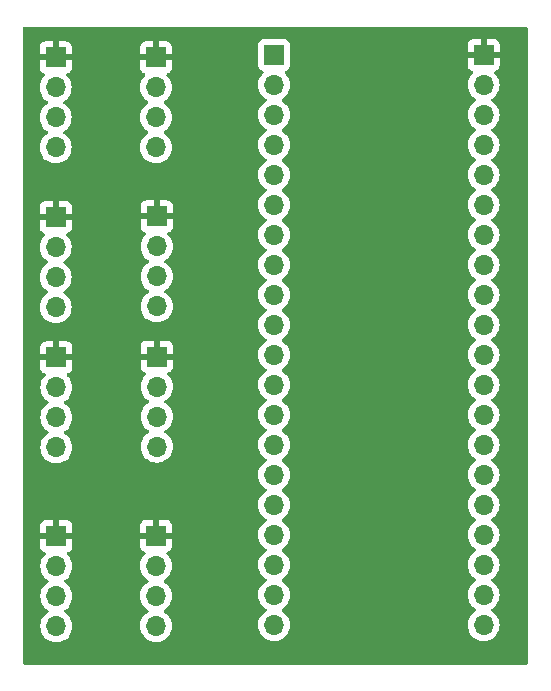
<source format=gbr>
%TF.GenerationSoftware,KiCad,Pcbnew,8.0.8*%
%TF.CreationDate,2025-03-27T16:53:01-04:00*%
%TF.ProjectId,GRIT_main_sub_PCB,47524954-5f6d-4616-996e-5f7375625f50,rev?*%
%TF.SameCoordinates,Original*%
%TF.FileFunction,Copper,L2,Inr*%
%TF.FilePolarity,Positive*%
%FSLAX46Y46*%
G04 Gerber Fmt 4.6, Leading zero omitted, Abs format (unit mm)*
G04 Created by KiCad (PCBNEW 8.0.8) date 2025-03-27 16:53:01*
%MOMM*%
%LPD*%
G01*
G04 APERTURE LIST*
%TA.AperFunction,ComponentPad*%
%ADD10O,1.700000X1.700000*%
%TD*%
%TA.AperFunction,ComponentPad*%
%ADD11R,1.700000X1.700000*%
%TD*%
G04 APERTURE END LIST*
D10*
%TO.N,GND*%
%TO.C,Vdd*%
X18750000Y-31220000D03*
%TO.N,GP1*%
X18750000Y-28680000D03*
%TO.N,GP0*%
X18750000Y-26140000D03*
D11*
%TO.N,5V*%
X18750000Y-23600000D03*
%TD*%
D10*
%TO.N,GND*%
%TO.C,Vdd*%
X18810000Y-71760000D03*
%TO.N,GP15*%
X18810000Y-69220000D03*
%TO.N,GP14*%
X18810000Y-66680000D03*
D11*
%TO.N,5V*%
X18810000Y-64140000D03*
%TD*%
D10*
%TO.N,GND*%
%TO.C,Vdd*%
X27250000Y-71720000D03*
%TO.N,GP13*%
X27250000Y-69180000D03*
%TO.N,GP12*%
X27250000Y-66640000D03*
D11*
%TO.N,5V*%
X27250000Y-64100000D03*
%TD*%
D10*
%TO.N,GND*%
%TO.C,Vdd*%
X18750000Y-44750000D03*
%TO.N,GP5*%
X18750000Y-42210000D03*
%TO.N,GP4*%
X18750000Y-39670000D03*
D11*
%TO.N,5V*%
X18750000Y-37130000D03*
%TD*%
D10*
%TO.N,N/C*%
%TO.C,Pico 40*%
X54985000Y-71640000D03*
X54985000Y-69100000D03*
X54985000Y-66560000D03*
X54985000Y-64020000D03*
X54985000Y-61480000D03*
X54985000Y-58940000D03*
X54985000Y-56400000D03*
X54985000Y-53860000D03*
X54985000Y-51320000D03*
X54985000Y-48780000D03*
X54985000Y-46240000D03*
X54985000Y-43700000D03*
X54985000Y-41160000D03*
X54985000Y-38620000D03*
X54985000Y-36080000D03*
X54985000Y-33540000D03*
X54985000Y-31000000D03*
%TO.N,GND*%
X54985000Y-28460000D03*
%TO.N,N/C*%
X54985000Y-25920000D03*
D11*
%TO.N,5V*%
X54985000Y-23380000D03*
%TD*%
D10*
%TO.N,GND*%
%TO.C,Vdd*%
X27310000Y-44680000D03*
%TO.N,GP7*%
X27310000Y-42140000D03*
%TO.N,GP6*%
X27310000Y-39600000D03*
D11*
%TO.N,5V*%
X27310000Y-37060000D03*
%TD*%
D10*
%TO.N,GP15*%
%TO.C,Pico 1*%
X37250000Y-71640000D03*
%TO.N,GP14*%
X37250000Y-69100000D03*
%TO.N,N/C*%
X37250000Y-66560000D03*
%TO.N,GP13*%
X37250000Y-64020000D03*
%TO.N,GP12*%
X37250000Y-61480000D03*
%TO.N,GP11*%
X37250000Y-58940000D03*
%TO.N,GP10*%
X37250000Y-56400000D03*
%TO.N,N/C*%
X37250000Y-53860000D03*
%TO.N,GP9*%
X37250000Y-51320000D03*
%TO.N,GP8*%
X37250000Y-48780000D03*
%TO.N,GP7*%
X37250000Y-46240000D03*
%TO.N,GP6*%
X37250000Y-43700000D03*
%TO.N,N/C*%
X37250000Y-41160000D03*
%TO.N,GP5*%
X37250000Y-38620000D03*
%TO.N,GP4*%
X37250000Y-36080000D03*
%TO.N,GP3*%
X37250000Y-33540000D03*
%TO.N,GP2*%
X37250000Y-31000000D03*
%TO.N,N/C*%
X37250000Y-28460000D03*
%TO.N,GP1*%
X37250000Y-25920000D03*
D11*
%TO.N,GP0*%
X37250000Y-23380000D03*
%TD*%
D10*
%TO.N,GND*%
%TO.C,Vdd*%
X27250000Y-31220000D03*
%TO.N,GP3*%
X27250000Y-28680000D03*
%TO.N,GP2*%
X27250000Y-26140000D03*
D11*
%TO.N,5V*%
X27250000Y-23600000D03*
%TD*%
D10*
%TO.N,GND*%
%TO.C,Vdd*%
X18810000Y-56620000D03*
%TO.N,GP11*%
X18810000Y-54080000D03*
%TO.N,GP10*%
X18810000Y-51540000D03*
D11*
%TO.N,5V*%
X18810000Y-49000000D03*
%TD*%
D10*
%TO.N,GND*%
%TO.C,Vdd*%
X27310000Y-56550000D03*
%TO.N,GP9*%
X27310000Y-54010000D03*
%TO.N,GP8*%
X27310000Y-51470000D03*
D11*
%TO.N,5V*%
X27310000Y-48930000D03*
%TD*%
%TA.AperFunction,Conductor*%
%TO.N,5V*%
G36*
X58693039Y-21019685D02*
G01*
X58738794Y-21072489D01*
X58750000Y-21124000D01*
X58750000Y-74876000D01*
X58730315Y-74943039D01*
X58677511Y-74988794D01*
X58626000Y-75000000D01*
X16124000Y-75000000D01*
X16056961Y-74980315D01*
X16011206Y-74927511D01*
X16000000Y-74876000D01*
X16000000Y-66679999D01*
X17454341Y-66679999D01*
X17454341Y-66680000D01*
X17474936Y-66915403D01*
X17474938Y-66915413D01*
X17536094Y-67143655D01*
X17536096Y-67143659D01*
X17536097Y-67143663D01*
X17580008Y-67237830D01*
X17635965Y-67357830D01*
X17635967Y-67357834D01*
X17771501Y-67551395D01*
X17771506Y-67551402D01*
X17938597Y-67718493D01*
X17938603Y-67718498D01*
X18124158Y-67848425D01*
X18167783Y-67903002D01*
X18174977Y-67972500D01*
X18143454Y-68034855D01*
X18124158Y-68051575D01*
X17938597Y-68181505D01*
X17771505Y-68348597D01*
X17635965Y-68542169D01*
X17635964Y-68542171D01*
X17536098Y-68756335D01*
X17536094Y-68756344D01*
X17474938Y-68984586D01*
X17474936Y-68984596D01*
X17454341Y-69219999D01*
X17454341Y-69220000D01*
X17474936Y-69455403D01*
X17474938Y-69455413D01*
X17536094Y-69683655D01*
X17536096Y-69683659D01*
X17536097Y-69683663D01*
X17580008Y-69777830D01*
X17635965Y-69897830D01*
X17635967Y-69897834D01*
X17771501Y-70091395D01*
X17771506Y-70091402D01*
X17938597Y-70258493D01*
X17938603Y-70258498D01*
X18124158Y-70388425D01*
X18167783Y-70443002D01*
X18174977Y-70512500D01*
X18143454Y-70574855D01*
X18124158Y-70591575D01*
X17938597Y-70721505D01*
X17771505Y-70888597D01*
X17635965Y-71082169D01*
X17635964Y-71082171D01*
X17536098Y-71296335D01*
X17536094Y-71296344D01*
X17474938Y-71524586D01*
X17474936Y-71524596D01*
X17454341Y-71759999D01*
X17454341Y-71760000D01*
X17474936Y-71995403D01*
X17474938Y-71995413D01*
X17536094Y-72223655D01*
X17536096Y-72223659D01*
X17536097Y-72223663D01*
X17580008Y-72317830D01*
X17635965Y-72437830D01*
X17635967Y-72437834D01*
X17743492Y-72591395D01*
X17771505Y-72631401D01*
X17938599Y-72798495D01*
X18035384Y-72866265D01*
X18132165Y-72934032D01*
X18132167Y-72934033D01*
X18132170Y-72934035D01*
X18346337Y-73033903D01*
X18574592Y-73095063D01*
X18762918Y-73111539D01*
X18809999Y-73115659D01*
X18810000Y-73115659D01*
X18810001Y-73115659D01*
X18849234Y-73112226D01*
X19045408Y-73095063D01*
X19273663Y-73033903D01*
X19487830Y-72934035D01*
X19681401Y-72798495D01*
X19848495Y-72631401D01*
X19984035Y-72437830D01*
X20083903Y-72223663D01*
X20145063Y-71995408D01*
X20165659Y-71760000D01*
X20145063Y-71524592D01*
X20083903Y-71296337D01*
X19984035Y-71082171D01*
X19956026Y-71042169D01*
X19848494Y-70888597D01*
X19681402Y-70721506D01*
X19681396Y-70721501D01*
X19495842Y-70591575D01*
X19452217Y-70536998D01*
X19445023Y-70467500D01*
X19476546Y-70405145D01*
X19495842Y-70388425D01*
X19518026Y-70372891D01*
X19681401Y-70258495D01*
X19848495Y-70091401D01*
X19984035Y-69897830D01*
X20083903Y-69683663D01*
X20145063Y-69455408D01*
X20165659Y-69220000D01*
X20145063Y-68984592D01*
X20083903Y-68756337D01*
X19984035Y-68542171D01*
X19956026Y-68502169D01*
X19848494Y-68348597D01*
X19681402Y-68181506D01*
X19681396Y-68181501D01*
X19495842Y-68051575D01*
X19452217Y-67996998D01*
X19445023Y-67927500D01*
X19476546Y-67865145D01*
X19495842Y-67848425D01*
X19518026Y-67832891D01*
X19681401Y-67718495D01*
X19848495Y-67551401D01*
X19984035Y-67357830D01*
X20083903Y-67143663D01*
X20145063Y-66915408D01*
X20165659Y-66680000D01*
X20162159Y-66639999D01*
X25894341Y-66639999D01*
X25894341Y-66640000D01*
X25914936Y-66875403D01*
X25914938Y-66875413D01*
X25976094Y-67103655D01*
X25976096Y-67103659D01*
X25976097Y-67103663D01*
X25994750Y-67143664D01*
X26075965Y-67317830D01*
X26075967Y-67317834D01*
X26211501Y-67511395D01*
X26211506Y-67511402D01*
X26378597Y-67678493D01*
X26378603Y-67678498D01*
X26564158Y-67808425D01*
X26607783Y-67863002D01*
X26614977Y-67932500D01*
X26583454Y-67994855D01*
X26564158Y-68011575D01*
X26378597Y-68141505D01*
X26211505Y-68308597D01*
X26075965Y-68502169D01*
X26075964Y-68502171D01*
X25976098Y-68716335D01*
X25976094Y-68716344D01*
X25914938Y-68944586D01*
X25914936Y-68944596D01*
X25894341Y-69179999D01*
X25894341Y-69180000D01*
X25914936Y-69415403D01*
X25914938Y-69415413D01*
X25976094Y-69643655D01*
X25976096Y-69643659D01*
X25976097Y-69643663D01*
X25994750Y-69683664D01*
X26075965Y-69857830D01*
X26075967Y-69857834D01*
X26211501Y-70051395D01*
X26211506Y-70051402D01*
X26378597Y-70218493D01*
X26378603Y-70218498D01*
X26564158Y-70348425D01*
X26607783Y-70403002D01*
X26614977Y-70472500D01*
X26583454Y-70534855D01*
X26564158Y-70551575D01*
X26378597Y-70681505D01*
X26211505Y-70848597D01*
X26075965Y-71042169D01*
X26075964Y-71042171D01*
X25976098Y-71256335D01*
X25976094Y-71256344D01*
X25914938Y-71484586D01*
X25914936Y-71484596D01*
X25894341Y-71719999D01*
X25894341Y-71720000D01*
X25914936Y-71955403D01*
X25914938Y-71955413D01*
X25976094Y-72183655D01*
X25976096Y-72183659D01*
X25976097Y-72183663D01*
X25994750Y-72223664D01*
X26075965Y-72397830D01*
X26075967Y-72397834D01*
X26103973Y-72437830D01*
X26211505Y-72591401D01*
X26378599Y-72758495D01*
X26435722Y-72798493D01*
X26572165Y-72894032D01*
X26572167Y-72894033D01*
X26572170Y-72894035D01*
X26786337Y-72993903D01*
X26786343Y-72993904D01*
X26786344Y-72993905D01*
X26841285Y-73008626D01*
X27014592Y-73055063D01*
X27202918Y-73071539D01*
X27249999Y-73075659D01*
X27250000Y-73075659D01*
X27250001Y-73075659D01*
X27289234Y-73072226D01*
X27485408Y-73055063D01*
X27713663Y-72993903D01*
X27927830Y-72894035D01*
X28121401Y-72758495D01*
X28288495Y-72591401D01*
X28424035Y-72397830D01*
X28523903Y-72183663D01*
X28585063Y-71955408D01*
X28605659Y-71720000D01*
X28585063Y-71484592D01*
X28523903Y-71256337D01*
X28424035Y-71042171D01*
X28368018Y-70962169D01*
X28288494Y-70848597D01*
X28121402Y-70681506D01*
X28121396Y-70681501D01*
X27935842Y-70551575D01*
X27892217Y-70496998D01*
X27885023Y-70427500D01*
X27916546Y-70365145D01*
X27935842Y-70348425D01*
X28026215Y-70285145D01*
X28121401Y-70218495D01*
X28288495Y-70051401D01*
X28424035Y-69857830D01*
X28523903Y-69643663D01*
X28585063Y-69415408D01*
X28605659Y-69180000D01*
X28585063Y-68944592D01*
X28523903Y-68716337D01*
X28424035Y-68502171D01*
X28368018Y-68422169D01*
X28288494Y-68308597D01*
X28121402Y-68141506D01*
X28121396Y-68141501D01*
X27935842Y-68011575D01*
X27892217Y-67956998D01*
X27885023Y-67887500D01*
X27916546Y-67825145D01*
X27935842Y-67808425D01*
X28026215Y-67745145D01*
X28121401Y-67678495D01*
X28288495Y-67511401D01*
X28424035Y-67317830D01*
X28523903Y-67103663D01*
X28585063Y-66875408D01*
X28605659Y-66640000D01*
X28585063Y-66404592D01*
X28523903Y-66176337D01*
X28424035Y-65962171D01*
X28368017Y-65882169D01*
X28288496Y-65768600D01*
X28288495Y-65768599D01*
X28166179Y-65646283D01*
X28132696Y-65584963D01*
X28137680Y-65515271D01*
X28179551Y-65459337D01*
X28210529Y-65442422D01*
X28342086Y-65393354D01*
X28342093Y-65393350D01*
X28457187Y-65307190D01*
X28457190Y-65307187D01*
X28543350Y-65192093D01*
X28543354Y-65192086D01*
X28593596Y-65057379D01*
X28593598Y-65057372D01*
X28599999Y-64997844D01*
X28600000Y-64997827D01*
X28600000Y-64350000D01*
X27683012Y-64350000D01*
X27715925Y-64292993D01*
X27750000Y-64165826D01*
X27750000Y-64034174D01*
X27715925Y-63907007D01*
X27683012Y-63850000D01*
X28600000Y-63850000D01*
X28600000Y-63202172D01*
X28599999Y-63202155D01*
X28593598Y-63142627D01*
X28593596Y-63142620D01*
X28543354Y-63007913D01*
X28543350Y-63007906D01*
X28457190Y-62892812D01*
X28457187Y-62892809D01*
X28342093Y-62806649D01*
X28342086Y-62806645D01*
X28207379Y-62756403D01*
X28207372Y-62756401D01*
X28147844Y-62750000D01*
X27500000Y-62750000D01*
X27500000Y-63666988D01*
X27442993Y-63634075D01*
X27315826Y-63600000D01*
X27184174Y-63600000D01*
X27057007Y-63634075D01*
X27000000Y-63666988D01*
X27000000Y-62750000D01*
X26352155Y-62750000D01*
X26292627Y-62756401D01*
X26292620Y-62756403D01*
X26157913Y-62806645D01*
X26157906Y-62806649D01*
X26042812Y-62892809D01*
X26042809Y-62892812D01*
X25956649Y-63007906D01*
X25956645Y-63007913D01*
X25906403Y-63142620D01*
X25906401Y-63142627D01*
X25900000Y-63202155D01*
X25900000Y-63850000D01*
X26816988Y-63850000D01*
X26784075Y-63907007D01*
X26750000Y-64034174D01*
X26750000Y-64165826D01*
X26784075Y-64292993D01*
X26816988Y-64350000D01*
X25900000Y-64350000D01*
X25900000Y-64997844D01*
X25906401Y-65057372D01*
X25906403Y-65057379D01*
X25956645Y-65192086D01*
X25956649Y-65192093D01*
X26042809Y-65307187D01*
X26042812Y-65307190D01*
X26157906Y-65393350D01*
X26157913Y-65393354D01*
X26289470Y-65442421D01*
X26345403Y-65484292D01*
X26369821Y-65549756D01*
X26354970Y-65618029D01*
X26333819Y-65646284D01*
X26211503Y-65768600D01*
X26075965Y-65962169D01*
X26075964Y-65962171D01*
X25976098Y-66176335D01*
X25976094Y-66176344D01*
X25914938Y-66404586D01*
X25914936Y-66404596D01*
X25894341Y-66639999D01*
X20162159Y-66639999D01*
X20145063Y-66444592D01*
X20083903Y-66216337D01*
X19984035Y-66002171D01*
X19956025Y-65962169D01*
X19848496Y-65808600D01*
X19808495Y-65768599D01*
X19726179Y-65686283D01*
X19692696Y-65624963D01*
X19697680Y-65555271D01*
X19739551Y-65499337D01*
X19770529Y-65482422D01*
X19902086Y-65433354D01*
X19902093Y-65433350D01*
X20017187Y-65347190D01*
X20017190Y-65347187D01*
X20103350Y-65232093D01*
X20103354Y-65232086D01*
X20153596Y-65097379D01*
X20153598Y-65097372D01*
X20159999Y-65037844D01*
X20160000Y-65037827D01*
X20160000Y-64390000D01*
X19243012Y-64390000D01*
X19275925Y-64332993D01*
X19310000Y-64205826D01*
X19310000Y-64074174D01*
X19275925Y-63947007D01*
X19243012Y-63890000D01*
X20160000Y-63890000D01*
X20160000Y-63242172D01*
X20159999Y-63242155D01*
X20153598Y-63182627D01*
X20153596Y-63182620D01*
X20103354Y-63047913D01*
X20103350Y-63047906D01*
X20017190Y-62932812D01*
X20017187Y-62932809D01*
X19902093Y-62846649D01*
X19902086Y-62846645D01*
X19767379Y-62796403D01*
X19767372Y-62796401D01*
X19707844Y-62790000D01*
X19060000Y-62790000D01*
X19060000Y-63706988D01*
X19002993Y-63674075D01*
X18875826Y-63640000D01*
X18744174Y-63640000D01*
X18617007Y-63674075D01*
X18560000Y-63706988D01*
X18560000Y-62790000D01*
X17912155Y-62790000D01*
X17852627Y-62796401D01*
X17852620Y-62796403D01*
X17717913Y-62846645D01*
X17717906Y-62846649D01*
X17602812Y-62932809D01*
X17602809Y-62932812D01*
X17516649Y-63047906D01*
X17516645Y-63047913D01*
X17466403Y-63182620D01*
X17466401Y-63182627D01*
X17460000Y-63242155D01*
X17460000Y-63890000D01*
X18376988Y-63890000D01*
X18344075Y-63947007D01*
X18310000Y-64074174D01*
X18310000Y-64205826D01*
X18344075Y-64332993D01*
X18376988Y-64390000D01*
X17460000Y-64390000D01*
X17460000Y-65037844D01*
X17466401Y-65097372D01*
X17466403Y-65097379D01*
X17516645Y-65232086D01*
X17516649Y-65232093D01*
X17602809Y-65347187D01*
X17602812Y-65347190D01*
X17717906Y-65433350D01*
X17717913Y-65433354D01*
X17849470Y-65482421D01*
X17905403Y-65524292D01*
X17929821Y-65589756D01*
X17914970Y-65658029D01*
X17893819Y-65686284D01*
X17771503Y-65808600D01*
X17635965Y-66002169D01*
X17635964Y-66002171D01*
X17536098Y-66216335D01*
X17536094Y-66216344D01*
X17474938Y-66444586D01*
X17474936Y-66444596D01*
X17454341Y-66679999D01*
X16000000Y-66679999D01*
X16000000Y-51539999D01*
X17454341Y-51539999D01*
X17454341Y-51540000D01*
X17474936Y-51775403D01*
X17474938Y-51775413D01*
X17536094Y-52003655D01*
X17536096Y-52003659D01*
X17536097Y-52003663D01*
X17603325Y-52147834D01*
X17635965Y-52217830D01*
X17635967Y-52217834D01*
X17771501Y-52411395D01*
X17771506Y-52411402D01*
X17938597Y-52578493D01*
X17938603Y-52578498D01*
X18124158Y-52708425D01*
X18167783Y-52763002D01*
X18174977Y-52832500D01*
X18143454Y-52894855D01*
X18124158Y-52911575D01*
X17938597Y-53041505D01*
X17771505Y-53208597D01*
X17635965Y-53402169D01*
X17635964Y-53402171D01*
X17536098Y-53616335D01*
X17536094Y-53616344D01*
X17474938Y-53844586D01*
X17474936Y-53844596D01*
X17454341Y-54079999D01*
X17454341Y-54080000D01*
X17474936Y-54315403D01*
X17474938Y-54315413D01*
X17536094Y-54543655D01*
X17536096Y-54543659D01*
X17536097Y-54543663D01*
X17603325Y-54687834D01*
X17635965Y-54757830D01*
X17635967Y-54757834D01*
X17771501Y-54951395D01*
X17771506Y-54951402D01*
X17938597Y-55118493D01*
X17938603Y-55118498D01*
X18124158Y-55248425D01*
X18167783Y-55303002D01*
X18174977Y-55372500D01*
X18143454Y-55434855D01*
X18124158Y-55451575D01*
X17938597Y-55581505D01*
X17771505Y-55748597D01*
X17635965Y-55942169D01*
X17635964Y-55942171D01*
X17536098Y-56156335D01*
X17536094Y-56156344D01*
X17474938Y-56384586D01*
X17474936Y-56384596D01*
X17454341Y-56619999D01*
X17454341Y-56620000D01*
X17474936Y-56855403D01*
X17474938Y-56855413D01*
X17536094Y-57083655D01*
X17536096Y-57083659D01*
X17536097Y-57083663D01*
X17603325Y-57227834D01*
X17635965Y-57297830D01*
X17635967Y-57297834D01*
X17722486Y-57421395D01*
X17771505Y-57491401D01*
X17938599Y-57658495D01*
X17955030Y-57670000D01*
X18132165Y-57794032D01*
X18132167Y-57794033D01*
X18132170Y-57794035D01*
X18346337Y-57893903D01*
X18346343Y-57893904D01*
X18346344Y-57893905D01*
X18401285Y-57908626D01*
X18574592Y-57955063D01*
X18762918Y-57971539D01*
X18809999Y-57975659D01*
X18810000Y-57975659D01*
X18810001Y-57975659D01*
X18849234Y-57972226D01*
X19045408Y-57955063D01*
X19273663Y-57893903D01*
X19487830Y-57794035D01*
X19681401Y-57658495D01*
X19848495Y-57491401D01*
X19984035Y-57297830D01*
X20083903Y-57083663D01*
X20145063Y-56855408D01*
X20165659Y-56620000D01*
X20145063Y-56384592D01*
X20083903Y-56156337D01*
X19984035Y-55942171D01*
X19935020Y-55872169D01*
X19848494Y-55748597D01*
X19681402Y-55581506D01*
X19681396Y-55581501D01*
X19495842Y-55451575D01*
X19452217Y-55396998D01*
X19445023Y-55327500D01*
X19476546Y-55265145D01*
X19495842Y-55248425D01*
X19543785Y-55214855D01*
X19681401Y-55118495D01*
X19848495Y-54951401D01*
X19984035Y-54757830D01*
X20083903Y-54543663D01*
X20145063Y-54315408D01*
X20165659Y-54080000D01*
X20145063Y-53844592D01*
X20083903Y-53616337D01*
X19984035Y-53402171D01*
X19935020Y-53332169D01*
X19848494Y-53208597D01*
X19681402Y-53041506D01*
X19681396Y-53041501D01*
X19495842Y-52911575D01*
X19452217Y-52856998D01*
X19445023Y-52787500D01*
X19476546Y-52725145D01*
X19495842Y-52708425D01*
X19543785Y-52674855D01*
X19681401Y-52578495D01*
X19848495Y-52411401D01*
X19984035Y-52217830D01*
X20083903Y-52003663D01*
X20145063Y-51775408D01*
X20165659Y-51540000D01*
X20159535Y-51469999D01*
X25954341Y-51469999D01*
X25954341Y-51470000D01*
X25974936Y-51705403D01*
X25974938Y-51705413D01*
X26036094Y-51933655D01*
X26036096Y-51933659D01*
X26036097Y-51933663D01*
X26066019Y-51997830D01*
X26135965Y-52147830D01*
X26135967Y-52147834D01*
X26271501Y-52341395D01*
X26271506Y-52341402D01*
X26438597Y-52508493D01*
X26438603Y-52508498D01*
X26624158Y-52638425D01*
X26667783Y-52693002D01*
X26674977Y-52762500D01*
X26643454Y-52824855D01*
X26624158Y-52841575D01*
X26438597Y-52971505D01*
X26271505Y-53138597D01*
X26135965Y-53332169D01*
X26135964Y-53332171D01*
X26036098Y-53546335D01*
X26036094Y-53546344D01*
X25974938Y-53774586D01*
X25974936Y-53774596D01*
X25954341Y-54009999D01*
X25954341Y-54010000D01*
X25974936Y-54245403D01*
X25974938Y-54245413D01*
X26036094Y-54473655D01*
X26036096Y-54473659D01*
X26036097Y-54473663D01*
X26066019Y-54537830D01*
X26135965Y-54687830D01*
X26135967Y-54687834D01*
X26271501Y-54881395D01*
X26271506Y-54881402D01*
X26438597Y-55048493D01*
X26438603Y-55048498D01*
X26624158Y-55178425D01*
X26667783Y-55233002D01*
X26674977Y-55302500D01*
X26643454Y-55364855D01*
X26624158Y-55381575D01*
X26438597Y-55511505D01*
X26271505Y-55678597D01*
X26135965Y-55872169D01*
X26135964Y-55872171D01*
X26036098Y-56086335D01*
X26036094Y-56086344D01*
X25974938Y-56314586D01*
X25974936Y-56314596D01*
X25954341Y-56549999D01*
X25954341Y-56550000D01*
X25974936Y-56785403D01*
X25974938Y-56785413D01*
X26036094Y-57013655D01*
X26036096Y-57013659D01*
X26036097Y-57013663D01*
X26066019Y-57077830D01*
X26135965Y-57227830D01*
X26135967Y-57227834D01*
X26184982Y-57297834D01*
X26271505Y-57421401D01*
X26438599Y-57588495D01*
X26487880Y-57623002D01*
X26632165Y-57724032D01*
X26632167Y-57724033D01*
X26632170Y-57724035D01*
X26846337Y-57823903D01*
X27074592Y-57885063D01*
X27262475Y-57901501D01*
X27309999Y-57905659D01*
X27310000Y-57905659D01*
X27310001Y-57905659D01*
X27357525Y-57901501D01*
X27545408Y-57885063D01*
X27773663Y-57823903D01*
X27987830Y-57724035D01*
X28181401Y-57588495D01*
X28348495Y-57421401D01*
X28484035Y-57227830D01*
X28583903Y-57013663D01*
X28645063Y-56785408D01*
X28665659Y-56550000D01*
X28645063Y-56314592D01*
X28583903Y-56086337D01*
X28484035Y-55872171D01*
X28397510Y-55748599D01*
X28348494Y-55678597D01*
X28181402Y-55511506D01*
X28181396Y-55511501D01*
X27995842Y-55381575D01*
X27952217Y-55326998D01*
X27945023Y-55257500D01*
X27976546Y-55195145D01*
X27995842Y-55178425D01*
X28081426Y-55118498D01*
X28181401Y-55048495D01*
X28348495Y-54881401D01*
X28484035Y-54687830D01*
X28583903Y-54473663D01*
X28645063Y-54245408D01*
X28665659Y-54010000D01*
X28645063Y-53774592D01*
X28583903Y-53546337D01*
X28484035Y-53332171D01*
X28397510Y-53208599D01*
X28348494Y-53138597D01*
X28181402Y-52971506D01*
X28181396Y-52971501D01*
X27995842Y-52841575D01*
X27952217Y-52786998D01*
X27945023Y-52717500D01*
X27976546Y-52655145D01*
X27995842Y-52638425D01*
X28081426Y-52578498D01*
X28181401Y-52508495D01*
X28348495Y-52341401D01*
X28484035Y-52147830D01*
X28583903Y-51933663D01*
X28645063Y-51705408D01*
X28665659Y-51470000D01*
X28645063Y-51234592D01*
X28583903Y-51006337D01*
X28484035Y-50792171D01*
X28397509Y-50668599D01*
X28348496Y-50598600D01*
X28296180Y-50546284D01*
X28226179Y-50476283D01*
X28192696Y-50414963D01*
X28197680Y-50345271D01*
X28239551Y-50289337D01*
X28270529Y-50272422D01*
X28402086Y-50223354D01*
X28402093Y-50223350D01*
X28517187Y-50137190D01*
X28517190Y-50137187D01*
X28603350Y-50022093D01*
X28603354Y-50022086D01*
X28653596Y-49887379D01*
X28653598Y-49887372D01*
X28659999Y-49827844D01*
X28660000Y-49827827D01*
X28660000Y-49180000D01*
X27743012Y-49180000D01*
X27775925Y-49122993D01*
X27810000Y-48995826D01*
X27810000Y-48864174D01*
X27775925Y-48737007D01*
X27743012Y-48680000D01*
X28660000Y-48680000D01*
X28660000Y-48032172D01*
X28659999Y-48032155D01*
X28653598Y-47972627D01*
X28653596Y-47972620D01*
X28603354Y-47837913D01*
X28603350Y-47837906D01*
X28517190Y-47722812D01*
X28517187Y-47722809D01*
X28402093Y-47636649D01*
X28402086Y-47636645D01*
X28267379Y-47586403D01*
X28267372Y-47586401D01*
X28207844Y-47580000D01*
X27560000Y-47580000D01*
X27560000Y-48496988D01*
X27502993Y-48464075D01*
X27375826Y-48430000D01*
X27244174Y-48430000D01*
X27117007Y-48464075D01*
X27060000Y-48496988D01*
X27060000Y-47580000D01*
X26412155Y-47580000D01*
X26352627Y-47586401D01*
X26352620Y-47586403D01*
X26217913Y-47636645D01*
X26217906Y-47636649D01*
X26102812Y-47722809D01*
X26102809Y-47722812D01*
X26016649Y-47837906D01*
X26016645Y-47837913D01*
X25966403Y-47972620D01*
X25966401Y-47972627D01*
X25960000Y-48032155D01*
X25960000Y-48680000D01*
X26876988Y-48680000D01*
X26844075Y-48737007D01*
X26810000Y-48864174D01*
X26810000Y-48995826D01*
X26844075Y-49122993D01*
X26876988Y-49180000D01*
X25960000Y-49180000D01*
X25960000Y-49827844D01*
X25966401Y-49887372D01*
X25966403Y-49887379D01*
X26016645Y-50022086D01*
X26016649Y-50022093D01*
X26102809Y-50137187D01*
X26102812Y-50137190D01*
X26217906Y-50223350D01*
X26217913Y-50223354D01*
X26349470Y-50272421D01*
X26405403Y-50314292D01*
X26429821Y-50379756D01*
X26414970Y-50448029D01*
X26393819Y-50476284D01*
X26271503Y-50598600D01*
X26135965Y-50792169D01*
X26135964Y-50792171D01*
X26036098Y-51006335D01*
X26036094Y-51006344D01*
X25974938Y-51234586D01*
X25974936Y-51234596D01*
X25954341Y-51469999D01*
X20159535Y-51469999D01*
X20145063Y-51304592D01*
X20083903Y-51076337D01*
X19984035Y-50862171D01*
X19935019Y-50792169D01*
X19848496Y-50668600D01*
X19822065Y-50642169D01*
X19726179Y-50546283D01*
X19692696Y-50484963D01*
X19697680Y-50415271D01*
X19739551Y-50359337D01*
X19770529Y-50342422D01*
X19902086Y-50293354D01*
X19902093Y-50293350D01*
X20017187Y-50207190D01*
X20017190Y-50207187D01*
X20103350Y-50092093D01*
X20103354Y-50092086D01*
X20153596Y-49957379D01*
X20153598Y-49957372D01*
X20159999Y-49897844D01*
X20160000Y-49897827D01*
X20160000Y-49250000D01*
X19243012Y-49250000D01*
X19275925Y-49192993D01*
X19310000Y-49065826D01*
X19310000Y-48934174D01*
X19275925Y-48807007D01*
X19243012Y-48750000D01*
X20160000Y-48750000D01*
X20160000Y-48102172D01*
X20159999Y-48102155D01*
X20153598Y-48042627D01*
X20153596Y-48042620D01*
X20103354Y-47907913D01*
X20103350Y-47907906D01*
X20017190Y-47792812D01*
X20017187Y-47792809D01*
X19902093Y-47706649D01*
X19902086Y-47706645D01*
X19767379Y-47656403D01*
X19767372Y-47656401D01*
X19707844Y-47650000D01*
X19060000Y-47650000D01*
X19060000Y-48566988D01*
X19002993Y-48534075D01*
X18875826Y-48500000D01*
X18744174Y-48500000D01*
X18617007Y-48534075D01*
X18560000Y-48566988D01*
X18560000Y-47650000D01*
X17912155Y-47650000D01*
X17852627Y-47656401D01*
X17852620Y-47656403D01*
X17717913Y-47706645D01*
X17717906Y-47706649D01*
X17602812Y-47792809D01*
X17602809Y-47792812D01*
X17516649Y-47907906D01*
X17516645Y-47907913D01*
X17466403Y-48042620D01*
X17466401Y-48042627D01*
X17460000Y-48102155D01*
X17460000Y-48750000D01*
X18376988Y-48750000D01*
X18344075Y-48807007D01*
X18310000Y-48934174D01*
X18310000Y-49065826D01*
X18344075Y-49192993D01*
X18376988Y-49250000D01*
X17460000Y-49250000D01*
X17460000Y-49897844D01*
X17466401Y-49957372D01*
X17466403Y-49957379D01*
X17516645Y-50092086D01*
X17516649Y-50092093D01*
X17602809Y-50207187D01*
X17602812Y-50207190D01*
X17717906Y-50293350D01*
X17717913Y-50293354D01*
X17849470Y-50342421D01*
X17905403Y-50384292D01*
X17929821Y-50449756D01*
X17914970Y-50518029D01*
X17893819Y-50546284D01*
X17771503Y-50668600D01*
X17635965Y-50862169D01*
X17635964Y-50862171D01*
X17536098Y-51076335D01*
X17536094Y-51076344D01*
X17474938Y-51304586D01*
X17474936Y-51304596D01*
X17454341Y-51539999D01*
X16000000Y-51539999D01*
X16000000Y-39669999D01*
X17394341Y-39669999D01*
X17394341Y-39670000D01*
X17414936Y-39905403D01*
X17414938Y-39905413D01*
X17476094Y-40133655D01*
X17476096Y-40133659D01*
X17476097Y-40133663D01*
X17543325Y-40277834D01*
X17575965Y-40347830D01*
X17575967Y-40347834D01*
X17711501Y-40541395D01*
X17711506Y-40541402D01*
X17878597Y-40708493D01*
X17878603Y-40708498D01*
X18064158Y-40838425D01*
X18107783Y-40893002D01*
X18114977Y-40962500D01*
X18083454Y-41024855D01*
X18064158Y-41041575D01*
X17878597Y-41171505D01*
X17711505Y-41338597D01*
X17575965Y-41532169D01*
X17575964Y-41532171D01*
X17476098Y-41746335D01*
X17476094Y-41746344D01*
X17414938Y-41974586D01*
X17414936Y-41974596D01*
X17394341Y-42209999D01*
X17394341Y-42210000D01*
X17414936Y-42445403D01*
X17414938Y-42445413D01*
X17476094Y-42673655D01*
X17476096Y-42673659D01*
X17476097Y-42673663D01*
X17543325Y-42817834D01*
X17575965Y-42887830D01*
X17575967Y-42887834D01*
X17711501Y-43081395D01*
X17711506Y-43081402D01*
X17878597Y-43248493D01*
X17878603Y-43248498D01*
X18064158Y-43378425D01*
X18107783Y-43433002D01*
X18114977Y-43502500D01*
X18083454Y-43564855D01*
X18064158Y-43581575D01*
X17878597Y-43711505D01*
X17711505Y-43878597D01*
X17575965Y-44072169D01*
X17575964Y-44072171D01*
X17476098Y-44286335D01*
X17476094Y-44286344D01*
X17414938Y-44514586D01*
X17414936Y-44514596D01*
X17394341Y-44749999D01*
X17394341Y-44750000D01*
X17414936Y-44985403D01*
X17414938Y-44985413D01*
X17476094Y-45213655D01*
X17476096Y-45213659D01*
X17476097Y-45213663D01*
X17543325Y-45357834D01*
X17575965Y-45427830D01*
X17575967Y-45427834D01*
X17662486Y-45551395D01*
X17711505Y-45621401D01*
X17878599Y-45788495D01*
X17972195Y-45854032D01*
X18072165Y-45924032D01*
X18072167Y-45924033D01*
X18072170Y-45924035D01*
X18286337Y-46023903D01*
X18286343Y-46023904D01*
X18286344Y-46023905D01*
X18341285Y-46038626D01*
X18514592Y-46085063D01*
X18702918Y-46101539D01*
X18749999Y-46105659D01*
X18750000Y-46105659D01*
X18750001Y-46105659D01*
X18789234Y-46102226D01*
X18985408Y-46085063D01*
X19213663Y-46023903D01*
X19427830Y-45924035D01*
X19621401Y-45788495D01*
X19788495Y-45621401D01*
X19924035Y-45427830D01*
X20023903Y-45213663D01*
X20085063Y-44985408D01*
X20105659Y-44750000D01*
X20085063Y-44514592D01*
X20023903Y-44286337D01*
X19924035Y-44072171D01*
X19875020Y-44002169D01*
X19788494Y-43878597D01*
X19621402Y-43711506D01*
X19621396Y-43711501D01*
X19435842Y-43581575D01*
X19392217Y-43526998D01*
X19385023Y-43457500D01*
X19416546Y-43395145D01*
X19435842Y-43378425D01*
X19458026Y-43362891D01*
X19621401Y-43248495D01*
X19788495Y-43081401D01*
X19924035Y-42887830D01*
X20023903Y-42673663D01*
X20085063Y-42445408D01*
X20105659Y-42210000D01*
X20085063Y-41974592D01*
X20023903Y-41746337D01*
X19924035Y-41532171D01*
X19875020Y-41462169D01*
X19788494Y-41338597D01*
X19621402Y-41171506D01*
X19621396Y-41171501D01*
X19435842Y-41041575D01*
X19392217Y-40986998D01*
X19385023Y-40917500D01*
X19416546Y-40855145D01*
X19435842Y-40838425D01*
X19458026Y-40822891D01*
X19621401Y-40708495D01*
X19788495Y-40541401D01*
X19924035Y-40347830D01*
X20023903Y-40133663D01*
X20085063Y-39905408D01*
X20105659Y-39670000D01*
X20099535Y-39599999D01*
X25954341Y-39599999D01*
X25954341Y-39600000D01*
X25974936Y-39835403D01*
X25974938Y-39835413D01*
X26036094Y-40063655D01*
X26036096Y-40063659D01*
X26036097Y-40063663D01*
X26063070Y-40121506D01*
X26135965Y-40277830D01*
X26135967Y-40277834D01*
X26271501Y-40471395D01*
X26271506Y-40471402D01*
X26438597Y-40638493D01*
X26438603Y-40638498D01*
X26624158Y-40768425D01*
X26667783Y-40823002D01*
X26674977Y-40892500D01*
X26643454Y-40954855D01*
X26624158Y-40971575D01*
X26438597Y-41101505D01*
X26271505Y-41268597D01*
X26135965Y-41462169D01*
X26135964Y-41462171D01*
X26036098Y-41676335D01*
X26036094Y-41676344D01*
X25974938Y-41904586D01*
X25974936Y-41904596D01*
X25954341Y-42139999D01*
X25954341Y-42140000D01*
X25974936Y-42375403D01*
X25974938Y-42375413D01*
X26036094Y-42603655D01*
X26036096Y-42603659D01*
X26036097Y-42603663D01*
X26063070Y-42661506D01*
X26135965Y-42817830D01*
X26135967Y-42817834D01*
X26271501Y-43011395D01*
X26271506Y-43011402D01*
X26438597Y-43178493D01*
X26438603Y-43178498D01*
X26624158Y-43308425D01*
X26667783Y-43363002D01*
X26674977Y-43432500D01*
X26643454Y-43494855D01*
X26624158Y-43511575D01*
X26438597Y-43641505D01*
X26271505Y-43808597D01*
X26135965Y-44002169D01*
X26135964Y-44002171D01*
X26036098Y-44216335D01*
X26036094Y-44216344D01*
X25974938Y-44444586D01*
X25974936Y-44444596D01*
X25954341Y-44679999D01*
X25954341Y-44680000D01*
X25974936Y-44915403D01*
X25974938Y-44915413D01*
X26036094Y-45143655D01*
X26036096Y-45143659D01*
X26036097Y-45143663D01*
X26063070Y-45201506D01*
X26135965Y-45357830D01*
X26135967Y-45357834D01*
X26184982Y-45427834D01*
X26271505Y-45551401D01*
X26438599Y-45718495D01*
X26521203Y-45776335D01*
X26632165Y-45854032D01*
X26632167Y-45854033D01*
X26632170Y-45854035D01*
X26846337Y-45953903D01*
X27074592Y-46015063D01*
X27262918Y-46031539D01*
X27309999Y-46035659D01*
X27310000Y-46035659D01*
X27310001Y-46035659D01*
X27349234Y-46032226D01*
X27545408Y-46015063D01*
X27773663Y-45953903D01*
X27987830Y-45854035D01*
X28181401Y-45718495D01*
X28348495Y-45551401D01*
X28484035Y-45357830D01*
X28583903Y-45143663D01*
X28645063Y-44915408D01*
X28665659Y-44680000D01*
X28645063Y-44444592D01*
X28583903Y-44216337D01*
X28484035Y-44002171D01*
X28437288Y-43935408D01*
X28348494Y-43808597D01*
X28181402Y-43641506D01*
X28181396Y-43641501D01*
X27995842Y-43511575D01*
X27952217Y-43456998D01*
X27945023Y-43387500D01*
X27976546Y-43325145D01*
X27995842Y-43308425D01*
X28081426Y-43248498D01*
X28181401Y-43178495D01*
X28348495Y-43011401D01*
X28484035Y-42817830D01*
X28583903Y-42603663D01*
X28645063Y-42375408D01*
X28665659Y-42140000D01*
X28645063Y-41904592D01*
X28583903Y-41676337D01*
X28484035Y-41462171D01*
X28437288Y-41395408D01*
X28348494Y-41268597D01*
X28181402Y-41101506D01*
X28181396Y-41101501D01*
X27995842Y-40971575D01*
X27952217Y-40916998D01*
X27945023Y-40847500D01*
X27976546Y-40785145D01*
X27995842Y-40768425D01*
X28081426Y-40708498D01*
X28181401Y-40638495D01*
X28348495Y-40471401D01*
X28484035Y-40277830D01*
X28583903Y-40063663D01*
X28645063Y-39835408D01*
X28665659Y-39600000D01*
X28645063Y-39364592D01*
X28583903Y-39136337D01*
X28484035Y-38922171D01*
X28437287Y-38855408D01*
X28348496Y-38728600D01*
X28296180Y-38676284D01*
X28226179Y-38606283D01*
X28192696Y-38544963D01*
X28197680Y-38475271D01*
X28239551Y-38419337D01*
X28270529Y-38402422D01*
X28402086Y-38353354D01*
X28402093Y-38353350D01*
X28517187Y-38267190D01*
X28517190Y-38267187D01*
X28603350Y-38152093D01*
X28603354Y-38152086D01*
X28653596Y-38017379D01*
X28653598Y-38017372D01*
X28659999Y-37957844D01*
X28660000Y-37957827D01*
X28660000Y-37310000D01*
X27743012Y-37310000D01*
X27775925Y-37252993D01*
X27810000Y-37125826D01*
X27810000Y-36994174D01*
X27775925Y-36867007D01*
X27743012Y-36810000D01*
X28660000Y-36810000D01*
X28660000Y-36162172D01*
X28659999Y-36162155D01*
X28653598Y-36102627D01*
X28653596Y-36102620D01*
X28603354Y-35967913D01*
X28603350Y-35967906D01*
X28517190Y-35852812D01*
X28517187Y-35852809D01*
X28402093Y-35766649D01*
X28402086Y-35766645D01*
X28267379Y-35716403D01*
X28267372Y-35716401D01*
X28207844Y-35710000D01*
X27560000Y-35710000D01*
X27560000Y-36626988D01*
X27502993Y-36594075D01*
X27375826Y-36560000D01*
X27244174Y-36560000D01*
X27117007Y-36594075D01*
X27060000Y-36626988D01*
X27060000Y-35710000D01*
X26412155Y-35710000D01*
X26352627Y-35716401D01*
X26352620Y-35716403D01*
X26217913Y-35766645D01*
X26217906Y-35766649D01*
X26102812Y-35852809D01*
X26102809Y-35852812D01*
X26016649Y-35967906D01*
X26016645Y-35967913D01*
X25966403Y-36102620D01*
X25966401Y-36102627D01*
X25960000Y-36162155D01*
X25960000Y-36810000D01*
X26876988Y-36810000D01*
X26844075Y-36867007D01*
X26810000Y-36994174D01*
X26810000Y-37125826D01*
X26844075Y-37252993D01*
X26876988Y-37310000D01*
X25960000Y-37310000D01*
X25960000Y-37957844D01*
X25966401Y-38017372D01*
X25966403Y-38017379D01*
X26016645Y-38152086D01*
X26016649Y-38152093D01*
X26102809Y-38267187D01*
X26102812Y-38267190D01*
X26217906Y-38353350D01*
X26217913Y-38353354D01*
X26349470Y-38402421D01*
X26405403Y-38444292D01*
X26429821Y-38509756D01*
X26414970Y-38578029D01*
X26393819Y-38606284D01*
X26271503Y-38728600D01*
X26135965Y-38922169D01*
X26135964Y-38922171D01*
X26036098Y-39136335D01*
X26036094Y-39136344D01*
X25974938Y-39364586D01*
X25974936Y-39364596D01*
X25954341Y-39599999D01*
X20099535Y-39599999D01*
X20085063Y-39434592D01*
X20023903Y-39206337D01*
X19924035Y-38992171D01*
X19875019Y-38922169D01*
X19788496Y-38798600D01*
X19788495Y-38798599D01*
X19666179Y-38676283D01*
X19632696Y-38614963D01*
X19637680Y-38545271D01*
X19679551Y-38489337D01*
X19710529Y-38472422D01*
X19842086Y-38423354D01*
X19842093Y-38423350D01*
X19957187Y-38337190D01*
X19957190Y-38337187D01*
X20043350Y-38222093D01*
X20043354Y-38222086D01*
X20093596Y-38087379D01*
X20093598Y-38087372D01*
X20099999Y-38027844D01*
X20100000Y-38027827D01*
X20100000Y-37380000D01*
X19183012Y-37380000D01*
X19215925Y-37322993D01*
X19250000Y-37195826D01*
X19250000Y-37064174D01*
X19215925Y-36937007D01*
X19183012Y-36880000D01*
X20100000Y-36880000D01*
X20100000Y-36232172D01*
X20099999Y-36232155D01*
X20093598Y-36172627D01*
X20093596Y-36172620D01*
X20043354Y-36037913D01*
X20043350Y-36037906D01*
X19957190Y-35922812D01*
X19957187Y-35922809D01*
X19842093Y-35836649D01*
X19842086Y-35836645D01*
X19707379Y-35786403D01*
X19707372Y-35786401D01*
X19647844Y-35780000D01*
X19000000Y-35780000D01*
X19000000Y-36696988D01*
X18942993Y-36664075D01*
X18815826Y-36630000D01*
X18684174Y-36630000D01*
X18557007Y-36664075D01*
X18500000Y-36696988D01*
X18500000Y-35780000D01*
X17852155Y-35780000D01*
X17792627Y-35786401D01*
X17792620Y-35786403D01*
X17657913Y-35836645D01*
X17657906Y-35836649D01*
X17542812Y-35922809D01*
X17542809Y-35922812D01*
X17456649Y-36037906D01*
X17456645Y-36037913D01*
X17406403Y-36172620D01*
X17406401Y-36172627D01*
X17400000Y-36232155D01*
X17400000Y-36880000D01*
X18316988Y-36880000D01*
X18284075Y-36937007D01*
X18250000Y-37064174D01*
X18250000Y-37195826D01*
X18284075Y-37322993D01*
X18316988Y-37380000D01*
X17400000Y-37380000D01*
X17400000Y-38027844D01*
X17406401Y-38087372D01*
X17406403Y-38087379D01*
X17456645Y-38222086D01*
X17456649Y-38222093D01*
X17542809Y-38337187D01*
X17542812Y-38337190D01*
X17657906Y-38423350D01*
X17657913Y-38423354D01*
X17789470Y-38472421D01*
X17845403Y-38514292D01*
X17869821Y-38579756D01*
X17854970Y-38648029D01*
X17833819Y-38676284D01*
X17711503Y-38798600D01*
X17575965Y-38992169D01*
X17575964Y-38992171D01*
X17476098Y-39206335D01*
X17476094Y-39206344D01*
X17414938Y-39434586D01*
X17414936Y-39434596D01*
X17394341Y-39669999D01*
X16000000Y-39669999D01*
X16000000Y-26139999D01*
X17394341Y-26139999D01*
X17394341Y-26140000D01*
X17414936Y-26375403D01*
X17414938Y-26375413D01*
X17476094Y-26603655D01*
X17476096Y-26603659D01*
X17476097Y-26603663D01*
X17563638Y-26791395D01*
X17575965Y-26817830D01*
X17575967Y-26817834D01*
X17711501Y-27011395D01*
X17711506Y-27011402D01*
X17878597Y-27178493D01*
X17878603Y-27178498D01*
X18064158Y-27308425D01*
X18107783Y-27363002D01*
X18114977Y-27432500D01*
X18083454Y-27494855D01*
X18064158Y-27511575D01*
X17878597Y-27641505D01*
X17711505Y-27808597D01*
X17575965Y-28002169D01*
X17575964Y-28002171D01*
X17476098Y-28216335D01*
X17476094Y-28216344D01*
X17414938Y-28444586D01*
X17414936Y-28444596D01*
X17394341Y-28679999D01*
X17394341Y-28680000D01*
X17414936Y-28915403D01*
X17414938Y-28915413D01*
X17476094Y-29143655D01*
X17476096Y-29143659D01*
X17476097Y-29143663D01*
X17563638Y-29331395D01*
X17575965Y-29357830D01*
X17575967Y-29357834D01*
X17711501Y-29551395D01*
X17711506Y-29551402D01*
X17878597Y-29718493D01*
X17878603Y-29718498D01*
X18064158Y-29848425D01*
X18107783Y-29903002D01*
X18114977Y-29972500D01*
X18083454Y-30034855D01*
X18064158Y-30051575D01*
X17878597Y-30181505D01*
X17711505Y-30348597D01*
X17575965Y-30542169D01*
X17575964Y-30542171D01*
X17476098Y-30756335D01*
X17476094Y-30756344D01*
X17414938Y-30984586D01*
X17414936Y-30984596D01*
X17394341Y-31219999D01*
X17394341Y-31220000D01*
X17414936Y-31455403D01*
X17414938Y-31455413D01*
X17476094Y-31683655D01*
X17476096Y-31683659D01*
X17476097Y-31683663D01*
X17563638Y-31871395D01*
X17575965Y-31897830D01*
X17575967Y-31897834D01*
X17674458Y-32038493D01*
X17711505Y-32091401D01*
X17878599Y-32258495D01*
X17895030Y-32270000D01*
X18072165Y-32394032D01*
X18072167Y-32394033D01*
X18072170Y-32394035D01*
X18286337Y-32493903D01*
X18514592Y-32555063D01*
X18702918Y-32571539D01*
X18749999Y-32575659D01*
X18750000Y-32575659D01*
X18750001Y-32575659D01*
X18789234Y-32572226D01*
X18985408Y-32555063D01*
X19213663Y-32493903D01*
X19427830Y-32394035D01*
X19621401Y-32258495D01*
X19788495Y-32091401D01*
X19924035Y-31897830D01*
X20023903Y-31683663D01*
X20085063Y-31455408D01*
X20105659Y-31220000D01*
X20085063Y-30984592D01*
X20023903Y-30756337D01*
X19924035Y-30542171D01*
X19788495Y-30348599D01*
X19788494Y-30348597D01*
X19621402Y-30181506D01*
X19621396Y-30181501D01*
X19435842Y-30051575D01*
X19392217Y-29996998D01*
X19385023Y-29927500D01*
X19416546Y-29865145D01*
X19435842Y-29848425D01*
X19537850Y-29776998D01*
X19621401Y-29718495D01*
X19788495Y-29551401D01*
X19924035Y-29357830D01*
X20023903Y-29143663D01*
X20085063Y-28915408D01*
X20105659Y-28680000D01*
X20085063Y-28444592D01*
X20023903Y-28216337D01*
X19924035Y-28002171D01*
X19788495Y-27808599D01*
X19788494Y-27808597D01*
X19621402Y-27641506D01*
X19621396Y-27641501D01*
X19435842Y-27511575D01*
X19392217Y-27456998D01*
X19385023Y-27387500D01*
X19416546Y-27325145D01*
X19435842Y-27308425D01*
X19537850Y-27236998D01*
X19621401Y-27178495D01*
X19788495Y-27011401D01*
X19924035Y-26817830D01*
X20023903Y-26603663D01*
X20085063Y-26375408D01*
X20105659Y-26140000D01*
X20105659Y-26139999D01*
X25894341Y-26139999D01*
X25894341Y-26140000D01*
X25914936Y-26375403D01*
X25914938Y-26375413D01*
X25976094Y-26603655D01*
X25976096Y-26603659D01*
X25976097Y-26603663D01*
X26063638Y-26791395D01*
X26075965Y-26817830D01*
X26075967Y-26817834D01*
X26211501Y-27011395D01*
X26211506Y-27011402D01*
X26378597Y-27178493D01*
X26378603Y-27178498D01*
X26564158Y-27308425D01*
X26607783Y-27363002D01*
X26614977Y-27432500D01*
X26583454Y-27494855D01*
X26564158Y-27511575D01*
X26378597Y-27641505D01*
X26211505Y-27808597D01*
X26075965Y-28002169D01*
X26075964Y-28002171D01*
X25976098Y-28216335D01*
X25976094Y-28216344D01*
X25914938Y-28444586D01*
X25914936Y-28444596D01*
X25894341Y-28679999D01*
X25894341Y-28680000D01*
X25914936Y-28915403D01*
X25914938Y-28915413D01*
X25976094Y-29143655D01*
X25976096Y-29143659D01*
X25976097Y-29143663D01*
X26063638Y-29331395D01*
X26075965Y-29357830D01*
X26075967Y-29357834D01*
X26211501Y-29551395D01*
X26211506Y-29551402D01*
X26378597Y-29718493D01*
X26378603Y-29718498D01*
X26564158Y-29848425D01*
X26607783Y-29903002D01*
X26614977Y-29972500D01*
X26583454Y-30034855D01*
X26564158Y-30051575D01*
X26378597Y-30181505D01*
X26211505Y-30348597D01*
X26075965Y-30542169D01*
X26075964Y-30542171D01*
X25976098Y-30756335D01*
X25976094Y-30756344D01*
X25914938Y-30984586D01*
X25914936Y-30984596D01*
X25894341Y-31219999D01*
X25894341Y-31220000D01*
X25914936Y-31455403D01*
X25914938Y-31455413D01*
X25976094Y-31683655D01*
X25976096Y-31683659D01*
X25976097Y-31683663D01*
X26063638Y-31871395D01*
X26075965Y-31897830D01*
X26075967Y-31897834D01*
X26174458Y-32038493D01*
X26211505Y-32091401D01*
X26378599Y-32258495D01*
X26395030Y-32270000D01*
X26572165Y-32394032D01*
X26572167Y-32394033D01*
X26572170Y-32394035D01*
X26786337Y-32493903D01*
X27014592Y-32555063D01*
X27202918Y-32571539D01*
X27249999Y-32575659D01*
X27250000Y-32575659D01*
X27250001Y-32575659D01*
X27289234Y-32572226D01*
X27485408Y-32555063D01*
X27713663Y-32493903D01*
X27927830Y-32394035D01*
X28121401Y-32258495D01*
X28288495Y-32091401D01*
X28424035Y-31897830D01*
X28523903Y-31683663D01*
X28585063Y-31455408D01*
X28605659Y-31220000D01*
X28585063Y-30984592D01*
X28523903Y-30756337D01*
X28424035Y-30542171D01*
X28288495Y-30348599D01*
X28288494Y-30348597D01*
X28121402Y-30181506D01*
X28121396Y-30181501D01*
X27935842Y-30051575D01*
X27892217Y-29996998D01*
X27885023Y-29927500D01*
X27916546Y-29865145D01*
X27935842Y-29848425D01*
X28037850Y-29776998D01*
X28121401Y-29718495D01*
X28288495Y-29551401D01*
X28424035Y-29357830D01*
X28523903Y-29143663D01*
X28585063Y-28915408D01*
X28605659Y-28680000D01*
X28585063Y-28444592D01*
X28523903Y-28216337D01*
X28424035Y-28002171D01*
X28288495Y-27808599D01*
X28288494Y-27808597D01*
X28121402Y-27641506D01*
X28121396Y-27641501D01*
X27935842Y-27511575D01*
X27892217Y-27456998D01*
X27885023Y-27387500D01*
X27916546Y-27325145D01*
X27935842Y-27308425D01*
X28037850Y-27236998D01*
X28121401Y-27178495D01*
X28288495Y-27011401D01*
X28424035Y-26817830D01*
X28523903Y-26603663D01*
X28585063Y-26375408D01*
X28605659Y-26140000D01*
X28586411Y-25919999D01*
X35894341Y-25919999D01*
X35894341Y-25920000D01*
X35914936Y-26155403D01*
X35914938Y-26155413D01*
X35976094Y-26383655D01*
X35976096Y-26383659D01*
X35976097Y-26383663D01*
X36075965Y-26597830D01*
X36075967Y-26597834D01*
X36211501Y-26791395D01*
X36211506Y-26791402D01*
X36378597Y-26958493D01*
X36378603Y-26958498D01*
X36564158Y-27088425D01*
X36607783Y-27143002D01*
X36614977Y-27212500D01*
X36583454Y-27274855D01*
X36564158Y-27291575D01*
X36378597Y-27421505D01*
X36211505Y-27588597D01*
X36075965Y-27782169D01*
X36075964Y-27782171D01*
X35976098Y-27996335D01*
X35976094Y-27996344D01*
X35914938Y-28224586D01*
X35914936Y-28224596D01*
X35894341Y-28459999D01*
X35894341Y-28460000D01*
X35914936Y-28695403D01*
X35914938Y-28695413D01*
X35976094Y-28923655D01*
X35976096Y-28923659D01*
X35976097Y-28923663D01*
X36075965Y-29137830D01*
X36075967Y-29137834D01*
X36211501Y-29331395D01*
X36211506Y-29331402D01*
X36378597Y-29498493D01*
X36378603Y-29498498D01*
X36564158Y-29628425D01*
X36607783Y-29683002D01*
X36614977Y-29752500D01*
X36583454Y-29814855D01*
X36564158Y-29831575D01*
X36378597Y-29961505D01*
X36211505Y-30128597D01*
X36075965Y-30322169D01*
X36075964Y-30322171D01*
X35976098Y-30536335D01*
X35976094Y-30536344D01*
X35914938Y-30764586D01*
X35914936Y-30764596D01*
X35894341Y-30999999D01*
X35894341Y-31000000D01*
X35914936Y-31235403D01*
X35914938Y-31235413D01*
X35976094Y-31463655D01*
X35976096Y-31463659D01*
X35976097Y-31463663D01*
X36075965Y-31677830D01*
X36075967Y-31677834D01*
X36211501Y-31871395D01*
X36211506Y-31871402D01*
X36378597Y-32038493D01*
X36378603Y-32038498D01*
X36564158Y-32168425D01*
X36607783Y-32223002D01*
X36614977Y-32292500D01*
X36583454Y-32354855D01*
X36564158Y-32371575D01*
X36378597Y-32501505D01*
X36211505Y-32668597D01*
X36075965Y-32862169D01*
X36075964Y-32862171D01*
X35976098Y-33076335D01*
X35976094Y-33076344D01*
X35914938Y-33304586D01*
X35914936Y-33304596D01*
X35894341Y-33539999D01*
X35894341Y-33540000D01*
X35914936Y-33775403D01*
X35914938Y-33775413D01*
X35976094Y-34003655D01*
X35976096Y-34003659D01*
X35976097Y-34003663D01*
X36075965Y-34217830D01*
X36075967Y-34217834D01*
X36211501Y-34411395D01*
X36211506Y-34411402D01*
X36378597Y-34578493D01*
X36378603Y-34578498D01*
X36564158Y-34708425D01*
X36607783Y-34763002D01*
X36614977Y-34832500D01*
X36583454Y-34894855D01*
X36564158Y-34911575D01*
X36378597Y-35041505D01*
X36211505Y-35208597D01*
X36075965Y-35402169D01*
X36075964Y-35402171D01*
X35976098Y-35616335D01*
X35976094Y-35616344D01*
X35914938Y-35844586D01*
X35914936Y-35844596D01*
X35894341Y-36079999D01*
X35894341Y-36080000D01*
X35914936Y-36315403D01*
X35914938Y-36315413D01*
X35976094Y-36543655D01*
X35976096Y-36543659D01*
X35976097Y-36543663D01*
X36073709Y-36752993D01*
X36075965Y-36757830D01*
X36075967Y-36757834D01*
X36211501Y-36951395D01*
X36211506Y-36951402D01*
X36378597Y-37118493D01*
X36378603Y-37118498D01*
X36564158Y-37248425D01*
X36607783Y-37303002D01*
X36614977Y-37372500D01*
X36583454Y-37434855D01*
X36564158Y-37451575D01*
X36378597Y-37581505D01*
X36211505Y-37748597D01*
X36075965Y-37942169D01*
X36075964Y-37942171D01*
X35976098Y-38156335D01*
X35976094Y-38156344D01*
X35914938Y-38384586D01*
X35914936Y-38384596D01*
X35894341Y-38619999D01*
X35894341Y-38620000D01*
X35914936Y-38855403D01*
X35914938Y-38855413D01*
X35976094Y-39083655D01*
X35976096Y-39083659D01*
X35976097Y-39083663D01*
X36000663Y-39136344D01*
X36075965Y-39297830D01*
X36075967Y-39297834D01*
X36211501Y-39491395D01*
X36211506Y-39491402D01*
X36378597Y-39658493D01*
X36378603Y-39658498D01*
X36564158Y-39788425D01*
X36607783Y-39843002D01*
X36614977Y-39912500D01*
X36583454Y-39974855D01*
X36564158Y-39991575D01*
X36378597Y-40121505D01*
X36211505Y-40288597D01*
X36075965Y-40482169D01*
X36075964Y-40482171D01*
X35976098Y-40696335D01*
X35976094Y-40696344D01*
X35914938Y-40924586D01*
X35914936Y-40924596D01*
X35894341Y-41159999D01*
X35894341Y-41160000D01*
X35914936Y-41395403D01*
X35914938Y-41395413D01*
X35976094Y-41623655D01*
X35976096Y-41623659D01*
X35976097Y-41623663D01*
X36000663Y-41676344D01*
X36075965Y-41837830D01*
X36075967Y-41837834D01*
X36211501Y-42031395D01*
X36211506Y-42031402D01*
X36378597Y-42198493D01*
X36378603Y-42198498D01*
X36564158Y-42328425D01*
X36607783Y-42383002D01*
X36614977Y-42452500D01*
X36583454Y-42514855D01*
X36564158Y-42531575D01*
X36378597Y-42661505D01*
X36211505Y-42828597D01*
X36075965Y-43022169D01*
X36075964Y-43022171D01*
X35976098Y-43236335D01*
X35976094Y-43236344D01*
X35914938Y-43464586D01*
X35914936Y-43464596D01*
X35894341Y-43699999D01*
X35894341Y-43700000D01*
X35914936Y-43935403D01*
X35914938Y-43935413D01*
X35976094Y-44163655D01*
X35976096Y-44163659D01*
X35976097Y-44163663D01*
X36000663Y-44216344D01*
X36075965Y-44377830D01*
X36075967Y-44377834D01*
X36211501Y-44571395D01*
X36211506Y-44571402D01*
X36378597Y-44738493D01*
X36378603Y-44738498D01*
X36564158Y-44868425D01*
X36607783Y-44923002D01*
X36614977Y-44992500D01*
X36583454Y-45054855D01*
X36564158Y-45071575D01*
X36378597Y-45201505D01*
X36211505Y-45368597D01*
X36075965Y-45562169D01*
X36075964Y-45562171D01*
X35976098Y-45776335D01*
X35976094Y-45776344D01*
X35914938Y-46004586D01*
X35914936Y-46004596D01*
X35894341Y-46239999D01*
X35894341Y-46240000D01*
X35914936Y-46475403D01*
X35914938Y-46475413D01*
X35976094Y-46703655D01*
X35976096Y-46703659D01*
X35976097Y-46703663D01*
X36075965Y-46917830D01*
X36075967Y-46917834D01*
X36211501Y-47111395D01*
X36211506Y-47111402D01*
X36378597Y-47278493D01*
X36378603Y-47278498D01*
X36564158Y-47408425D01*
X36607783Y-47463002D01*
X36614977Y-47532500D01*
X36583454Y-47594855D01*
X36564158Y-47611575D01*
X36378597Y-47741505D01*
X36211505Y-47908597D01*
X36075965Y-48102169D01*
X36075964Y-48102171D01*
X35976098Y-48316335D01*
X35976094Y-48316344D01*
X35914938Y-48544586D01*
X35914936Y-48544596D01*
X35894341Y-48779999D01*
X35894341Y-48780000D01*
X35914936Y-49015403D01*
X35914938Y-49015413D01*
X35976094Y-49243655D01*
X35976096Y-49243659D01*
X35976097Y-49243663D01*
X36005635Y-49307007D01*
X36075965Y-49457830D01*
X36075967Y-49457834D01*
X36211501Y-49651395D01*
X36211506Y-49651402D01*
X36378597Y-49818493D01*
X36378603Y-49818498D01*
X36564158Y-49948425D01*
X36607783Y-50003002D01*
X36614977Y-50072500D01*
X36583454Y-50134855D01*
X36564158Y-50151575D01*
X36378597Y-50281505D01*
X36211505Y-50448597D01*
X36075965Y-50642169D01*
X36075964Y-50642171D01*
X35976098Y-50856335D01*
X35976094Y-50856344D01*
X35914938Y-51084586D01*
X35914936Y-51084596D01*
X35894341Y-51319999D01*
X35894341Y-51320000D01*
X35914936Y-51555403D01*
X35914938Y-51555413D01*
X35976094Y-51783655D01*
X35976096Y-51783659D01*
X35976097Y-51783663D01*
X36046044Y-51933664D01*
X36075965Y-51997830D01*
X36075967Y-51997834D01*
X36211501Y-52191395D01*
X36211506Y-52191402D01*
X36378597Y-52358493D01*
X36378603Y-52358498D01*
X36564158Y-52488425D01*
X36607783Y-52543002D01*
X36614977Y-52612500D01*
X36583454Y-52674855D01*
X36564158Y-52691575D01*
X36378597Y-52821505D01*
X36211505Y-52988597D01*
X36075965Y-53182169D01*
X36075964Y-53182171D01*
X35976098Y-53396335D01*
X35976094Y-53396344D01*
X35914938Y-53624586D01*
X35914936Y-53624596D01*
X35894341Y-53859999D01*
X35894341Y-53860000D01*
X35914936Y-54095403D01*
X35914938Y-54095413D01*
X35976094Y-54323655D01*
X35976096Y-54323659D01*
X35976097Y-54323663D01*
X36046044Y-54473664D01*
X36075965Y-54537830D01*
X36075967Y-54537834D01*
X36211501Y-54731395D01*
X36211506Y-54731402D01*
X36378597Y-54898493D01*
X36378603Y-54898498D01*
X36564158Y-55028425D01*
X36607783Y-55083002D01*
X36614977Y-55152500D01*
X36583454Y-55214855D01*
X36564158Y-55231575D01*
X36378597Y-55361505D01*
X36211505Y-55528597D01*
X36075965Y-55722169D01*
X36075964Y-55722171D01*
X35976098Y-55936335D01*
X35976094Y-55936344D01*
X35914938Y-56164586D01*
X35914936Y-56164596D01*
X35894341Y-56399999D01*
X35894341Y-56400000D01*
X35914936Y-56635403D01*
X35914938Y-56635413D01*
X35976094Y-56863655D01*
X35976096Y-56863659D01*
X35976097Y-56863663D01*
X36046044Y-57013664D01*
X36075965Y-57077830D01*
X36075967Y-57077834D01*
X36211501Y-57271395D01*
X36211506Y-57271402D01*
X36378597Y-57438493D01*
X36378603Y-57438498D01*
X36564158Y-57568425D01*
X36607783Y-57623002D01*
X36614977Y-57692500D01*
X36583454Y-57754855D01*
X36564158Y-57771575D01*
X36378597Y-57901505D01*
X36211505Y-58068597D01*
X36075965Y-58262169D01*
X36075964Y-58262171D01*
X35976098Y-58476335D01*
X35976094Y-58476344D01*
X35914938Y-58704586D01*
X35914936Y-58704596D01*
X35894341Y-58939999D01*
X35894341Y-58940000D01*
X35914936Y-59175403D01*
X35914938Y-59175413D01*
X35976094Y-59403655D01*
X35976096Y-59403659D01*
X35976097Y-59403663D01*
X36075965Y-59617830D01*
X36075967Y-59617834D01*
X36211501Y-59811395D01*
X36211506Y-59811402D01*
X36378597Y-59978493D01*
X36378603Y-59978498D01*
X36564158Y-60108425D01*
X36607783Y-60163002D01*
X36614977Y-60232500D01*
X36583454Y-60294855D01*
X36564158Y-60311575D01*
X36378597Y-60441505D01*
X36211505Y-60608597D01*
X36075965Y-60802169D01*
X36075964Y-60802171D01*
X35976098Y-61016335D01*
X35976094Y-61016344D01*
X35914938Y-61244586D01*
X35914936Y-61244596D01*
X35894341Y-61479999D01*
X35894341Y-61480000D01*
X35914936Y-61715403D01*
X35914938Y-61715413D01*
X35976094Y-61943655D01*
X35976096Y-61943659D01*
X35976097Y-61943663D01*
X36075965Y-62157830D01*
X36075967Y-62157834D01*
X36211501Y-62351395D01*
X36211506Y-62351402D01*
X36378597Y-62518493D01*
X36378603Y-62518498D01*
X36564158Y-62648425D01*
X36607783Y-62703002D01*
X36614977Y-62772500D01*
X36583454Y-62834855D01*
X36564158Y-62851575D01*
X36378597Y-62981505D01*
X36211505Y-63148597D01*
X36075965Y-63342169D01*
X36075964Y-63342171D01*
X35976098Y-63556335D01*
X35976094Y-63556344D01*
X35914938Y-63784586D01*
X35914936Y-63784596D01*
X35894341Y-64019999D01*
X35894341Y-64020000D01*
X35914936Y-64255403D01*
X35914938Y-64255413D01*
X35976094Y-64483655D01*
X35976096Y-64483659D01*
X35976097Y-64483663D01*
X36002414Y-64540099D01*
X36075965Y-64697830D01*
X36075967Y-64697834D01*
X36211501Y-64891395D01*
X36211506Y-64891402D01*
X36378597Y-65058493D01*
X36378603Y-65058498D01*
X36564158Y-65188425D01*
X36607783Y-65243002D01*
X36614977Y-65312500D01*
X36583454Y-65374855D01*
X36564158Y-65391575D01*
X36378597Y-65521505D01*
X36211505Y-65688597D01*
X36075965Y-65882169D01*
X36075964Y-65882171D01*
X35976098Y-66096335D01*
X35976094Y-66096344D01*
X35914938Y-66324586D01*
X35914936Y-66324596D01*
X35894341Y-66559999D01*
X35894341Y-66560000D01*
X35914936Y-66795403D01*
X35914938Y-66795413D01*
X35976094Y-67023655D01*
X35976096Y-67023659D01*
X35976097Y-67023663D01*
X36032054Y-67143663D01*
X36075965Y-67237830D01*
X36075967Y-67237834D01*
X36211501Y-67431395D01*
X36211506Y-67431402D01*
X36378597Y-67598493D01*
X36378603Y-67598498D01*
X36564158Y-67728425D01*
X36607783Y-67783002D01*
X36614977Y-67852500D01*
X36583454Y-67914855D01*
X36564158Y-67931575D01*
X36378597Y-68061505D01*
X36211505Y-68228597D01*
X36075965Y-68422169D01*
X36075964Y-68422171D01*
X35976098Y-68636335D01*
X35976094Y-68636344D01*
X35914938Y-68864586D01*
X35914936Y-68864596D01*
X35894341Y-69099999D01*
X35894341Y-69100000D01*
X35914936Y-69335403D01*
X35914938Y-69335413D01*
X35976094Y-69563655D01*
X35976096Y-69563659D01*
X35976097Y-69563663D01*
X36032054Y-69683663D01*
X36075965Y-69777830D01*
X36075967Y-69777834D01*
X36211501Y-69971395D01*
X36211506Y-69971402D01*
X36378597Y-70138493D01*
X36378603Y-70138498D01*
X36564158Y-70268425D01*
X36607783Y-70323002D01*
X36614977Y-70392500D01*
X36583454Y-70454855D01*
X36564158Y-70471575D01*
X36378597Y-70601505D01*
X36211505Y-70768597D01*
X36075965Y-70962169D01*
X36075964Y-70962171D01*
X35976098Y-71176335D01*
X35976094Y-71176344D01*
X35914938Y-71404586D01*
X35914936Y-71404596D01*
X35894341Y-71639999D01*
X35894341Y-71640000D01*
X35914936Y-71875403D01*
X35914938Y-71875413D01*
X35976094Y-72103655D01*
X35976096Y-72103659D01*
X35976097Y-72103663D01*
X36032054Y-72223663D01*
X36075965Y-72317830D01*
X36075967Y-72317834D01*
X36131984Y-72397834D01*
X36211505Y-72511401D01*
X36378599Y-72678495D01*
X36475384Y-72746265D01*
X36572165Y-72814032D01*
X36572167Y-72814033D01*
X36572170Y-72814035D01*
X36786337Y-72913903D01*
X37014592Y-72975063D01*
X37202918Y-72991539D01*
X37249999Y-72995659D01*
X37250000Y-72995659D01*
X37250001Y-72995659D01*
X37289234Y-72992226D01*
X37485408Y-72975063D01*
X37713663Y-72913903D01*
X37927830Y-72814035D01*
X38121401Y-72678495D01*
X38288495Y-72511401D01*
X38424035Y-72317830D01*
X38523903Y-72103663D01*
X38585063Y-71875408D01*
X38605659Y-71640000D01*
X38585063Y-71404592D01*
X38523903Y-71176337D01*
X38424035Y-70962171D01*
X38372519Y-70888597D01*
X38288494Y-70768597D01*
X38121402Y-70601506D01*
X38121396Y-70601501D01*
X37935842Y-70471575D01*
X37892217Y-70416998D01*
X37885023Y-70347500D01*
X37916546Y-70285145D01*
X37935842Y-70268425D01*
X38007152Y-70218493D01*
X38121401Y-70138495D01*
X38288495Y-69971401D01*
X38424035Y-69777830D01*
X38523903Y-69563663D01*
X38585063Y-69335408D01*
X38605659Y-69100000D01*
X38585063Y-68864592D01*
X38523903Y-68636337D01*
X38424035Y-68422171D01*
X38372519Y-68348597D01*
X38288494Y-68228597D01*
X38121402Y-68061506D01*
X38121396Y-68061501D01*
X37935842Y-67931575D01*
X37892217Y-67876998D01*
X37885023Y-67807500D01*
X37916546Y-67745145D01*
X37935842Y-67728425D01*
X38007152Y-67678493D01*
X38121401Y-67598495D01*
X38288495Y-67431401D01*
X38424035Y-67237830D01*
X38523903Y-67023663D01*
X38585063Y-66795408D01*
X38605659Y-66560000D01*
X38585063Y-66324592D01*
X38523903Y-66096337D01*
X38424035Y-65882171D01*
X38372521Y-65808600D01*
X38288494Y-65688597D01*
X38121402Y-65521506D01*
X38121396Y-65521501D01*
X37935842Y-65391575D01*
X37892217Y-65336998D01*
X37885023Y-65267500D01*
X37916546Y-65205145D01*
X37935842Y-65188425D01*
X37958026Y-65172891D01*
X38121401Y-65058495D01*
X38288495Y-64891401D01*
X38424035Y-64697830D01*
X38523903Y-64483663D01*
X38585063Y-64255408D01*
X38605659Y-64020000D01*
X38585063Y-63784592D01*
X38523903Y-63556337D01*
X38424035Y-63342171D01*
X38354016Y-63242172D01*
X38288494Y-63148597D01*
X38121402Y-62981506D01*
X38121396Y-62981501D01*
X37935842Y-62851575D01*
X37892217Y-62796998D01*
X37885023Y-62727500D01*
X37916546Y-62665145D01*
X37935842Y-62648425D01*
X37958026Y-62632891D01*
X38121401Y-62518495D01*
X38288495Y-62351401D01*
X38424035Y-62157830D01*
X38523903Y-61943663D01*
X38585063Y-61715408D01*
X38605659Y-61480000D01*
X38585063Y-61244592D01*
X38523903Y-61016337D01*
X38424035Y-60802171D01*
X38288495Y-60608599D01*
X38288494Y-60608597D01*
X38121402Y-60441506D01*
X38121396Y-60441501D01*
X37935842Y-60311575D01*
X37892217Y-60256998D01*
X37885023Y-60187500D01*
X37916546Y-60125145D01*
X37935842Y-60108425D01*
X37958026Y-60092891D01*
X38121401Y-59978495D01*
X38288495Y-59811401D01*
X38424035Y-59617830D01*
X38523903Y-59403663D01*
X38585063Y-59175408D01*
X38605659Y-58940000D01*
X38585063Y-58704592D01*
X38523903Y-58476337D01*
X38424035Y-58262171D01*
X38288495Y-58068599D01*
X38288494Y-58068597D01*
X38121402Y-57901506D01*
X38121396Y-57901501D01*
X37935842Y-57771575D01*
X37892217Y-57716998D01*
X37885023Y-57647500D01*
X37916546Y-57585145D01*
X37935842Y-57568425D01*
X38045852Y-57491395D01*
X38121401Y-57438495D01*
X38288495Y-57271401D01*
X38424035Y-57077830D01*
X38523903Y-56863663D01*
X38585063Y-56635408D01*
X38605659Y-56400000D01*
X38585063Y-56164592D01*
X38523903Y-55936337D01*
X38424035Y-55722171D01*
X38393525Y-55678597D01*
X38288494Y-55528597D01*
X38121402Y-55361506D01*
X38121396Y-55361501D01*
X37935842Y-55231575D01*
X37892217Y-55176998D01*
X37885023Y-55107500D01*
X37916546Y-55045145D01*
X37935842Y-55028425D01*
X38045852Y-54951395D01*
X38121401Y-54898495D01*
X38288495Y-54731401D01*
X38424035Y-54537830D01*
X38523903Y-54323663D01*
X38585063Y-54095408D01*
X38605659Y-53860000D01*
X38585063Y-53624592D01*
X38523903Y-53396337D01*
X38424035Y-53182171D01*
X38393525Y-53138597D01*
X38288494Y-52988597D01*
X38121402Y-52821506D01*
X38121396Y-52821501D01*
X37935842Y-52691575D01*
X37892217Y-52636998D01*
X37885023Y-52567500D01*
X37916546Y-52505145D01*
X37935842Y-52488425D01*
X38045852Y-52411395D01*
X38121401Y-52358495D01*
X38288495Y-52191401D01*
X38424035Y-51997830D01*
X38523903Y-51783663D01*
X38585063Y-51555408D01*
X38605659Y-51320000D01*
X38585063Y-51084592D01*
X38523903Y-50856337D01*
X38424035Y-50642171D01*
X38393527Y-50598600D01*
X38288494Y-50448597D01*
X38121402Y-50281506D01*
X38121396Y-50281501D01*
X37935842Y-50151575D01*
X37892217Y-50096998D01*
X37885023Y-50027500D01*
X37916546Y-49965145D01*
X37935842Y-49948425D01*
X38008103Y-49897827D01*
X38121401Y-49818495D01*
X38288495Y-49651401D01*
X38424035Y-49457830D01*
X38523903Y-49243663D01*
X38585063Y-49015408D01*
X38605659Y-48780000D01*
X38585063Y-48544592D01*
X38523903Y-48316337D01*
X38424035Y-48102171D01*
X38382338Y-48042620D01*
X38288494Y-47908597D01*
X38121402Y-47741506D01*
X38121396Y-47741501D01*
X37935842Y-47611575D01*
X37892217Y-47556998D01*
X37885023Y-47487500D01*
X37916546Y-47425145D01*
X37935842Y-47408425D01*
X37958026Y-47392891D01*
X38121401Y-47278495D01*
X38288495Y-47111401D01*
X38424035Y-46917830D01*
X38523903Y-46703663D01*
X38585063Y-46475408D01*
X38605659Y-46240000D01*
X38585063Y-46004592D01*
X38538626Y-45831285D01*
X38523905Y-45776344D01*
X38523904Y-45776343D01*
X38523903Y-45776337D01*
X38424035Y-45562171D01*
X38416495Y-45551402D01*
X38288494Y-45368597D01*
X38121402Y-45201506D01*
X38121396Y-45201501D01*
X37935842Y-45071575D01*
X37892217Y-45016998D01*
X37885023Y-44947500D01*
X37916546Y-44885145D01*
X37935842Y-44868425D01*
X38104970Y-44750000D01*
X38121401Y-44738495D01*
X38288495Y-44571401D01*
X38424035Y-44377830D01*
X38523903Y-44163663D01*
X38585063Y-43935408D01*
X38605659Y-43700000D01*
X38585063Y-43464592D01*
X38538626Y-43291285D01*
X38523905Y-43236344D01*
X38523904Y-43236343D01*
X38523903Y-43236337D01*
X38424035Y-43022171D01*
X38416495Y-43011402D01*
X38288494Y-42828597D01*
X38121402Y-42661506D01*
X38121396Y-42661501D01*
X37935842Y-42531575D01*
X37892217Y-42476998D01*
X37885023Y-42407500D01*
X37916546Y-42345145D01*
X37935842Y-42328425D01*
X38104970Y-42210000D01*
X38121401Y-42198495D01*
X38288495Y-42031401D01*
X38424035Y-41837830D01*
X38523903Y-41623663D01*
X38585063Y-41395408D01*
X38605659Y-41160000D01*
X38585063Y-40924592D01*
X38538626Y-40751285D01*
X38523905Y-40696344D01*
X38523904Y-40696343D01*
X38523903Y-40696337D01*
X38424035Y-40482171D01*
X38416495Y-40471402D01*
X38288494Y-40288597D01*
X38121402Y-40121506D01*
X38121396Y-40121501D01*
X37935842Y-39991575D01*
X37892217Y-39936998D01*
X37885023Y-39867500D01*
X37916546Y-39805145D01*
X37935842Y-39788425D01*
X38104970Y-39670000D01*
X38121401Y-39658495D01*
X38288495Y-39491401D01*
X38424035Y-39297830D01*
X38523903Y-39083663D01*
X38585063Y-38855408D01*
X38605659Y-38620000D01*
X38585063Y-38384592D01*
X38523903Y-38156337D01*
X38424035Y-37942171D01*
X38288495Y-37748599D01*
X38288494Y-37748597D01*
X38121402Y-37581506D01*
X38121396Y-37581501D01*
X37935842Y-37451575D01*
X37892217Y-37396998D01*
X37885023Y-37327500D01*
X37916546Y-37265145D01*
X37935842Y-37248425D01*
X38110931Y-37125826D01*
X38121401Y-37118495D01*
X38288495Y-36951401D01*
X38424035Y-36757830D01*
X38523903Y-36543663D01*
X38585063Y-36315408D01*
X38605659Y-36080000D01*
X38585063Y-35844592D01*
X38523903Y-35616337D01*
X38424035Y-35402171D01*
X38288495Y-35208599D01*
X38288494Y-35208597D01*
X38121402Y-35041506D01*
X38121396Y-35041501D01*
X37935842Y-34911575D01*
X37892217Y-34856998D01*
X37885023Y-34787500D01*
X37916546Y-34725145D01*
X37935842Y-34708425D01*
X37958026Y-34692891D01*
X38121401Y-34578495D01*
X38288495Y-34411401D01*
X38424035Y-34217830D01*
X38523903Y-34003663D01*
X38585063Y-33775408D01*
X38605659Y-33540000D01*
X38585063Y-33304592D01*
X38523903Y-33076337D01*
X38424035Y-32862171D01*
X38288495Y-32668599D01*
X38288494Y-32668597D01*
X38121402Y-32501506D01*
X38121396Y-32501501D01*
X37935842Y-32371575D01*
X37892217Y-32316998D01*
X37885023Y-32247500D01*
X37916546Y-32185145D01*
X37935842Y-32168425D01*
X38045852Y-32091395D01*
X38121401Y-32038495D01*
X38288495Y-31871401D01*
X38424035Y-31677830D01*
X38523903Y-31463663D01*
X38585063Y-31235408D01*
X38605659Y-31000000D01*
X38585063Y-30764592D01*
X38523903Y-30536337D01*
X38424035Y-30322171D01*
X38325538Y-30181501D01*
X38288494Y-30128597D01*
X38121402Y-29961506D01*
X38121396Y-29961501D01*
X37935842Y-29831575D01*
X37892217Y-29776998D01*
X37885023Y-29707500D01*
X37916546Y-29645145D01*
X37935842Y-29628425D01*
X38045852Y-29551395D01*
X38121401Y-29498495D01*
X38288495Y-29331401D01*
X38424035Y-29137830D01*
X38523903Y-28923663D01*
X38585063Y-28695408D01*
X38605659Y-28460000D01*
X38585063Y-28224592D01*
X38523903Y-27996337D01*
X38424035Y-27782171D01*
X38325538Y-27641501D01*
X38288494Y-27588597D01*
X38121402Y-27421506D01*
X38121396Y-27421501D01*
X37935842Y-27291575D01*
X37892217Y-27236998D01*
X37885023Y-27167500D01*
X37916546Y-27105145D01*
X37935842Y-27088425D01*
X38045852Y-27011395D01*
X38121401Y-26958495D01*
X38288495Y-26791401D01*
X38424035Y-26597830D01*
X38523903Y-26383663D01*
X38585063Y-26155408D01*
X38605659Y-25920000D01*
X38605659Y-25919999D01*
X53629341Y-25919999D01*
X53629341Y-25920000D01*
X53649936Y-26155403D01*
X53649938Y-26155413D01*
X53711094Y-26383655D01*
X53711096Y-26383659D01*
X53711097Y-26383663D01*
X53810965Y-26597830D01*
X53810967Y-26597834D01*
X53946501Y-26791395D01*
X53946506Y-26791402D01*
X54113597Y-26958493D01*
X54113603Y-26958498D01*
X54299158Y-27088425D01*
X54342783Y-27143002D01*
X54349977Y-27212500D01*
X54318454Y-27274855D01*
X54299158Y-27291575D01*
X54113597Y-27421505D01*
X53946505Y-27588597D01*
X53810965Y-27782169D01*
X53810964Y-27782171D01*
X53711098Y-27996335D01*
X53711094Y-27996344D01*
X53649938Y-28224586D01*
X53649936Y-28224596D01*
X53629341Y-28459999D01*
X53629341Y-28460000D01*
X53649936Y-28695403D01*
X53649938Y-28695413D01*
X53711094Y-28923655D01*
X53711096Y-28923659D01*
X53711097Y-28923663D01*
X53810965Y-29137830D01*
X53810967Y-29137834D01*
X53946501Y-29331395D01*
X53946506Y-29331402D01*
X54113597Y-29498493D01*
X54113603Y-29498498D01*
X54299158Y-29628425D01*
X54342783Y-29683002D01*
X54349977Y-29752500D01*
X54318454Y-29814855D01*
X54299158Y-29831575D01*
X54113597Y-29961505D01*
X53946505Y-30128597D01*
X53810965Y-30322169D01*
X53810964Y-30322171D01*
X53711098Y-30536335D01*
X53711094Y-30536344D01*
X53649938Y-30764586D01*
X53649936Y-30764596D01*
X53629341Y-30999999D01*
X53629341Y-31000000D01*
X53649936Y-31235403D01*
X53649938Y-31235413D01*
X53711094Y-31463655D01*
X53711096Y-31463659D01*
X53711097Y-31463663D01*
X53810965Y-31677830D01*
X53810967Y-31677834D01*
X53946501Y-31871395D01*
X53946506Y-31871402D01*
X54113597Y-32038493D01*
X54113603Y-32038498D01*
X54299158Y-32168425D01*
X54342783Y-32223002D01*
X54349977Y-32292500D01*
X54318454Y-32354855D01*
X54299158Y-32371575D01*
X54113597Y-32501505D01*
X53946505Y-32668597D01*
X53810965Y-32862169D01*
X53810964Y-32862171D01*
X53711098Y-33076335D01*
X53711094Y-33076344D01*
X53649938Y-33304586D01*
X53649936Y-33304596D01*
X53629341Y-33539999D01*
X53629341Y-33540000D01*
X53649936Y-33775403D01*
X53649938Y-33775413D01*
X53711094Y-34003655D01*
X53711096Y-34003659D01*
X53711097Y-34003663D01*
X53810965Y-34217830D01*
X53810967Y-34217834D01*
X53946501Y-34411395D01*
X53946506Y-34411402D01*
X54113597Y-34578493D01*
X54113603Y-34578498D01*
X54299158Y-34708425D01*
X54342783Y-34763002D01*
X54349977Y-34832500D01*
X54318454Y-34894855D01*
X54299158Y-34911575D01*
X54113597Y-35041505D01*
X53946505Y-35208597D01*
X53810965Y-35402169D01*
X53810964Y-35402171D01*
X53711098Y-35616335D01*
X53711094Y-35616344D01*
X53649938Y-35844586D01*
X53649936Y-35844596D01*
X53629341Y-36079999D01*
X53629341Y-36080000D01*
X53649936Y-36315403D01*
X53649938Y-36315413D01*
X53711094Y-36543655D01*
X53711096Y-36543659D01*
X53711097Y-36543663D01*
X53808709Y-36752993D01*
X53810965Y-36757830D01*
X53810967Y-36757834D01*
X53946501Y-36951395D01*
X53946506Y-36951402D01*
X54113597Y-37118493D01*
X54113603Y-37118498D01*
X54299158Y-37248425D01*
X54342783Y-37303002D01*
X54349977Y-37372500D01*
X54318454Y-37434855D01*
X54299158Y-37451575D01*
X54113597Y-37581505D01*
X53946505Y-37748597D01*
X53810965Y-37942169D01*
X53810964Y-37942171D01*
X53711098Y-38156335D01*
X53711094Y-38156344D01*
X53649938Y-38384586D01*
X53649936Y-38384596D01*
X53629341Y-38619999D01*
X53629341Y-38620000D01*
X53649936Y-38855403D01*
X53649938Y-38855413D01*
X53711094Y-39083655D01*
X53711096Y-39083659D01*
X53711097Y-39083663D01*
X53735663Y-39136344D01*
X53810965Y-39297830D01*
X53810967Y-39297834D01*
X53946501Y-39491395D01*
X53946506Y-39491402D01*
X54113597Y-39658493D01*
X54113603Y-39658498D01*
X54299158Y-39788425D01*
X54342783Y-39843002D01*
X54349977Y-39912500D01*
X54318454Y-39974855D01*
X54299158Y-39991575D01*
X54113597Y-40121505D01*
X53946505Y-40288597D01*
X53810965Y-40482169D01*
X53810964Y-40482171D01*
X53711098Y-40696335D01*
X53711094Y-40696344D01*
X53649938Y-40924586D01*
X53649936Y-40924596D01*
X53629341Y-41159999D01*
X53629341Y-41160000D01*
X53649936Y-41395403D01*
X53649938Y-41395413D01*
X53711094Y-41623655D01*
X53711096Y-41623659D01*
X53711097Y-41623663D01*
X53735663Y-41676344D01*
X53810965Y-41837830D01*
X53810967Y-41837834D01*
X53946501Y-42031395D01*
X53946506Y-42031402D01*
X54113597Y-42198493D01*
X54113603Y-42198498D01*
X54299158Y-42328425D01*
X54342783Y-42383002D01*
X54349977Y-42452500D01*
X54318454Y-42514855D01*
X54299158Y-42531575D01*
X54113597Y-42661505D01*
X53946505Y-42828597D01*
X53810965Y-43022169D01*
X53810964Y-43022171D01*
X53711098Y-43236335D01*
X53711094Y-43236344D01*
X53649938Y-43464586D01*
X53649936Y-43464596D01*
X53629341Y-43699999D01*
X53629341Y-43700000D01*
X53649936Y-43935403D01*
X53649938Y-43935413D01*
X53711094Y-44163655D01*
X53711096Y-44163659D01*
X53711097Y-44163663D01*
X53735663Y-44216344D01*
X53810965Y-44377830D01*
X53810967Y-44377834D01*
X53946501Y-44571395D01*
X53946506Y-44571402D01*
X54113597Y-44738493D01*
X54113603Y-44738498D01*
X54299158Y-44868425D01*
X54342783Y-44923002D01*
X54349977Y-44992500D01*
X54318454Y-45054855D01*
X54299158Y-45071575D01*
X54113597Y-45201505D01*
X53946505Y-45368597D01*
X53810965Y-45562169D01*
X53810964Y-45562171D01*
X53711098Y-45776335D01*
X53711094Y-45776344D01*
X53649938Y-46004586D01*
X53649936Y-46004596D01*
X53629341Y-46239999D01*
X53629341Y-46240000D01*
X53649936Y-46475403D01*
X53649938Y-46475413D01*
X53711094Y-46703655D01*
X53711096Y-46703659D01*
X53711097Y-46703663D01*
X53810965Y-46917830D01*
X53810967Y-46917834D01*
X53946501Y-47111395D01*
X53946506Y-47111402D01*
X54113597Y-47278493D01*
X54113603Y-47278498D01*
X54299158Y-47408425D01*
X54342783Y-47463002D01*
X54349977Y-47532500D01*
X54318454Y-47594855D01*
X54299158Y-47611575D01*
X54113597Y-47741505D01*
X53946505Y-47908597D01*
X53810965Y-48102169D01*
X53810964Y-48102171D01*
X53711098Y-48316335D01*
X53711094Y-48316344D01*
X53649938Y-48544586D01*
X53649936Y-48544596D01*
X53629341Y-48779999D01*
X53629341Y-48780000D01*
X53649936Y-49015403D01*
X53649938Y-49015413D01*
X53711094Y-49243655D01*
X53711096Y-49243659D01*
X53711097Y-49243663D01*
X53740635Y-49307007D01*
X53810965Y-49457830D01*
X53810967Y-49457834D01*
X53946501Y-49651395D01*
X53946506Y-49651402D01*
X54113597Y-49818493D01*
X54113603Y-49818498D01*
X54299158Y-49948425D01*
X54342783Y-50003002D01*
X54349977Y-50072500D01*
X54318454Y-50134855D01*
X54299158Y-50151575D01*
X54113597Y-50281505D01*
X53946505Y-50448597D01*
X53810965Y-50642169D01*
X53810964Y-50642171D01*
X53711098Y-50856335D01*
X53711094Y-50856344D01*
X53649938Y-51084586D01*
X53649936Y-51084596D01*
X53629341Y-51319999D01*
X53629341Y-51320000D01*
X53649936Y-51555403D01*
X53649938Y-51555413D01*
X53711094Y-51783655D01*
X53711096Y-51783659D01*
X53711097Y-51783663D01*
X53781044Y-51933664D01*
X53810965Y-51997830D01*
X53810967Y-51997834D01*
X53946501Y-52191395D01*
X53946506Y-52191402D01*
X54113597Y-52358493D01*
X54113603Y-52358498D01*
X54299158Y-52488425D01*
X54342783Y-52543002D01*
X54349977Y-52612500D01*
X54318454Y-52674855D01*
X54299158Y-52691575D01*
X54113597Y-52821505D01*
X53946505Y-52988597D01*
X53810965Y-53182169D01*
X53810964Y-53182171D01*
X53711098Y-53396335D01*
X53711094Y-53396344D01*
X53649938Y-53624586D01*
X53649936Y-53624596D01*
X53629341Y-53859999D01*
X53629341Y-53860000D01*
X53649936Y-54095403D01*
X53649938Y-54095413D01*
X53711094Y-54323655D01*
X53711096Y-54323659D01*
X53711097Y-54323663D01*
X53781044Y-54473664D01*
X53810965Y-54537830D01*
X53810967Y-54537834D01*
X53946501Y-54731395D01*
X53946506Y-54731402D01*
X54113597Y-54898493D01*
X54113603Y-54898498D01*
X54299158Y-55028425D01*
X54342783Y-55083002D01*
X54349977Y-55152500D01*
X54318454Y-55214855D01*
X54299158Y-55231575D01*
X54113597Y-55361505D01*
X53946505Y-55528597D01*
X53810965Y-55722169D01*
X53810964Y-55722171D01*
X53711098Y-55936335D01*
X53711094Y-55936344D01*
X53649938Y-56164586D01*
X53649936Y-56164596D01*
X53629341Y-56399999D01*
X53629341Y-56400000D01*
X53649936Y-56635403D01*
X53649938Y-56635413D01*
X53711094Y-56863655D01*
X53711096Y-56863659D01*
X53711097Y-56863663D01*
X53781044Y-57013664D01*
X53810965Y-57077830D01*
X53810967Y-57077834D01*
X53946501Y-57271395D01*
X53946506Y-57271402D01*
X54113597Y-57438493D01*
X54113603Y-57438498D01*
X54299158Y-57568425D01*
X54342783Y-57623002D01*
X54349977Y-57692500D01*
X54318454Y-57754855D01*
X54299158Y-57771575D01*
X54113597Y-57901505D01*
X53946505Y-58068597D01*
X53810965Y-58262169D01*
X53810964Y-58262171D01*
X53711098Y-58476335D01*
X53711094Y-58476344D01*
X53649938Y-58704586D01*
X53649936Y-58704596D01*
X53629341Y-58939999D01*
X53629341Y-58940000D01*
X53649936Y-59175403D01*
X53649938Y-59175413D01*
X53711094Y-59403655D01*
X53711096Y-59403659D01*
X53711097Y-59403663D01*
X53810965Y-59617830D01*
X53810967Y-59617834D01*
X53946501Y-59811395D01*
X53946506Y-59811402D01*
X54113597Y-59978493D01*
X54113603Y-59978498D01*
X54299158Y-60108425D01*
X54342783Y-60163002D01*
X54349977Y-60232500D01*
X54318454Y-60294855D01*
X54299158Y-60311575D01*
X54113597Y-60441505D01*
X53946505Y-60608597D01*
X53810965Y-60802169D01*
X53810964Y-60802171D01*
X53711098Y-61016335D01*
X53711094Y-61016344D01*
X53649938Y-61244586D01*
X53649936Y-61244596D01*
X53629341Y-61479999D01*
X53629341Y-61480000D01*
X53649936Y-61715403D01*
X53649938Y-61715413D01*
X53711094Y-61943655D01*
X53711096Y-61943659D01*
X53711097Y-61943663D01*
X53810965Y-62157830D01*
X53810967Y-62157834D01*
X53946501Y-62351395D01*
X53946506Y-62351402D01*
X54113597Y-62518493D01*
X54113603Y-62518498D01*
X54299158Y-62648425D01*
X54342783Y-62703002D01*
X54349977Y-62772500D01*
X54318454Y-62834855D01*
X54299158Y-62851575D01*
X54113597Y-62981505D01*
X53946505Y-63148597D01*
X53810965Y-63342169D01*
X53810964Y-63342171D01*
X53711098Y-63556335D01*
X53711094Y-63556344D01*
X53649938Y-63784586D01*
X53649936Y-63784596D01*
X53629341Y-64019999D01*
X53629341Y-64020000D01*
X53649936Y-64255403D01*
X53649938Y-64255413D01*
X53711094Y-64483655D01*
X53711096Y-64483659D01*
X53711097Y-64483663D01*
X53737414Y-64540099D01*
X53810965Y-64697830D01*
X53810967Y-64697834D01*
X53946501Y-64891395D01*
X53946506Y-64891402D01*
X54113597Y-65058493D01*
X54113603Y-65058498D01*
X54299158Y-65188425D01*
X54342783Y-65243002D01*
X54349977Y-65312500D01*
X54318454Y-65374855D01*
X54299158Y-65391575D01*
X54113597Y-65521505D01*
X53946505Y-65688597D01*
X53810965Y-65882169D01*
X53810964Y-65882171D01*
X53711098Y-66096335D01*
X53711094Y-66096344D01*
X53649938Y-66324586D01*
X53649936Y-66324596D01*
X53629341Y-66559999D01*
X53629341Y-66560000D01*
X53649936Y-66795403D01*
X53649938Y-66795413D01*
X53711094Y-67023655D01*
X53711096Y-67023659D01*
X53711097Y-67023663D01*
X53767054Y-67143663D01*
X53810965Y-67237830D01*
X53810967Y-67237834D01*
X53946501Y-67431395D01*
X53946506Y-67431402D01*
X54113597Y-67598493D01*
X54113603Y-67598498D01*
X54299158Y-67728425D01*
X54342783Y-67783002D01*
X54349977Y-67852500D01*
X54318454Y-67914855D01*
X54299158Y-67931575D01*
X54113597Y-68061505D01*
X53946505Y-68228597D01*
X53810965Y-68422169D01*
X53810964Y-68422171D01*
X53711098Y-68636335D01*
X53711094Y-68636344D01*
X53649938Y-68864586D01*
X53649936Y-68864596D01*
X53629341Y-69099999D01*
X53629341Y-69100000D01*
X53649936Y-69335403D01*
X53649938Y-69335413D01*
X53711094Y-69563655D01*
X53711096Y-69563659D01*
X53711097Y-69563663D01*
X53767054Y-69683663D01*
X53810965Y-69777830D01*
X53810967Y-69777834D01*
X53946501Y-69971395D01*
X53946506Y-69971402D01*
X54113597Y-70138493D01*
X54113603Y-70138498D01*
X54299158Y-70268425D01*
X54342783Y-70323002D01*
X54349977Y-70392500D01*
X54318454Y-70454855D01*
X54299158Y-70471575D01*
X54113597Y-70601505D01*
X53946505Y-70768597D01*
X53810965Y-70962169D01*
X53810964Y-70962171D01*
X53711098Y-71176335D01*
X53711094Y-71176344D01*
X53649938Y-71404586D01*
X53649936Y-71404596D01*
X53629341Y-71639999D01*
X53629341Y-71640000D01*
X53649936Y-71875403D01*
X53649938Y-71875413D01*
X53711094Y-72103655D01*
X53711096Y-72103659D01*
X53711097Y-72103663D01*
X53767054Y-72223663D01*
X53810965Y-72317830D01*
X53810967Y-72317834D01*
X53866984Y-72397834D01*
X53946505Y-72511401D01*
X54113599Y-72678495D01*
X54210384Y-72746265D01*
X54307165Y-72814032D01*
X54307167Y-72814033D01*
X54307170Y-72814035D01*
X54521337Y-72913903D01*
X54749592Y-72975063D01*
X54937918Y-72991539D01*
X54984999Y-72995659D01*
X54985000Y-72995659D01*
X54985001Y-72995659D01*
X55024234Y-72992226D01*
X55220408Y-72975063D01*
X55448663Y-72913903D01*
X55662830Y-72814035D01*
X55856401Y-72678495D01*
X56023495Y-72511401D01*
X56159035Y-72317830D01*
X56258903Y-72103663D01*
X56320063Y-71875408D01*
X56340659Y-71640000D01*
X56320063Y-71404592D01*
X56258903Y-71176337D01*
X56159035Y-70962171D01*
X56107519Y-70888597D01*
X56023494Y-70768597D01*
X55856402Y-70601506D01*
X55856396Y-70601501D01*
X55670842Y-70471575D01*
X55627217Y-70416998D01*
X55620023Y-70347500D01*
X55651546Y-70285145D01*
X55670842Y-70268425D01*
X55742152Y-70218493D01*
X55856401Y-70138495D01*
X56023495Y-69971401D01*
X56159035Y-69777830D01*
X56258903Y-69563663D01*
X56320063Y-69335408D01*
X56340659Y-69100000D01*
X56320063Y-68864592D01*
X56258903Y-68636337D01*
X56159035Y-68422171D01*
X56107519Y-68348597D01*
X56023494Y-68228597D01*
X55856402Y-68061506D01*
X55856396Y-68061501D01*
X55670842Y-67931575D01*
X55627217Y-67876998D01*
X55620023Y-67807500D01*
X55651546Y-67745145D01*
X55670842Y-67728425D01*
X55742152Y-67678493D01*
X55856401Y-67598495D01*
X56023495Y-67431401D01*
X56159035Y-67237830D01*
X56258903Y-67023663D01*
X56320063Y-66795408D01*
X56340659Y-66560000D01*
X56320063Y-66324592D01*
X56258903Y-66096337D01*
X56159035Y-65882171D01*
X56107521Y-65808600D01*
X56023494Y-65688597D01*
X55856402Y-65521506D01*
X55856396Y-65521501D01*
X55670842Y-65391575D01*
X55627217Y-65336998D01*
X55620023Y-65267500D01*
X55651546Y-65205145D01*
X55670842Y-65188425D01*
X55693026Y-65172891D01*
X55856401Y-65058495D01*
X56023495Y-64891401D01*
X56159035Y-64697830D01*
X56258903Y-64483663D01*
X56320063Y-64255408D01*
X56340659Y-64020000D01*
X56320063Y-63784592D01*
X56258903Y-63556337D01*
X56159035Y-63342171D01*
X56089016Y-63242172D01*
X56023494Y-63148597D01*
X55856402Y-62981506D01*
X55856396Y-62981501D01*
X55670842Y-62851575D01*
X55627217Y-62796998D01*
X55620023Y-62727500D01*
X55651546Y-62665145D01*
X55670842Y-62648425D01*
X55693026Y-62632891D01*
X55856401Y-62518495D01*
X56023495Y-62351401D01*
X56159035Y-62157830D01*
X56258903Y-61943663D01*
X56320063Y-61715408D01*
X56340659Y-61480000D01*
X56320063Y-61244592D01*
X56258903Y-61016337D01*
X56159035Y-60802171D01*
X56023495Y-60608599D01*
X56023494Y-60608597D01*
X55856402Y-60441506D01*
X55856396Y-60441501D01*
X55670842Y-60311575D01*
X55627217Y-60256998D01*
X55620023Y-60187500D01*
X55651546Y-60125145D01*
X55670842Y-60108425D01*
X55693026Y-60092891D01*
X55856401Y-59978495D01*
X56023495Y-59811401D01*
X56159035Y-59617830D01*
X56258903Y-59403663D01*
X56320063Y-59175408D01*
X56340659Y-58940000D01*
X56320063Y-58704592D01*
X56258903Y-58476337D01*
X56159035Y-58262171D01*
X56023495Y-58068599D01*
X56023494Y-58068597D01*
X55856402Y-57901506D01*
X55856396Y-57901501D01*
X55670842Y-57771575D01*
X55627217Y-57716998D01*
X55620023Y-57647500D01*
X55651546Y-57585145D01*
X55670842Y-57568425D01*
X55780852Y-57491395D01*
X55856401Y-57438495D01*
X56023495Y-57271401D01*
X56159035Y-57077830D01*
X56258903Y-56863663D01*
X56320063Y-56635408D01*
X56340659Y-56400000D01*
X56320063Y-56164592D01*
X56258903Y-55936337D01*
X56159035Y-55722171D01*
X56128525Y-55678597D01*
X56023494Y-55528597D01*
X55856402Y-55361506D01*
X55856396Y-55361501D01*
X55670842Y-55231575D01*
X55627217Y-55176998D01*
X55620023Y-55107500D01*
X55651546Y-55045145D01*
X55670842Y-55028425D01*
X55780852Y-54951395D01*
X55856401Y-54898495D01*
X56023495Y-54731401D01*
X56159035Y-54537830D01*
X56258903Y-54323663D01*
X56320063Y-54095408D01*
X56340659Y-53860000D01*
X56320063Y-53624592D01*
X56258903Y-53396337D01*
X56159035Y-53182171D01*
X56128525Y-53138597D01*
X56023494Y-52988597D01*
X55856402Y-52821506D01*
X55856396Y-52821501D01*
X55670842Y-52691575D01*
X55627217Y-52636998D01*
X55620023Y-52567500D01*
X55651546Y-52505145D01*
X55670842Y-52488425D01*
X55780852Y-52411395D01*
X55856401Y-52358495D01*
X56023495Y-52191401D01*
X56159035Y-51997830D01*
X56258903Y-51783663D01*
X56320063Y-51555408D01*
X56340659Y-51320000D01*
X56320063Y-51084592D01*
X56258903Y-50856337D01*
X56159035Y-50642171D01*
X56128527Y-50598600D01*
X56023494Y-50448597D01*
X55856402Y-50281506D01*
X55856396Y-50281501D01*
X55670842Y-50151575D01*
X55627217Y-50096998D01*
X55620023Y-50027500D01*
X55651546Y-49965145D01*
X55670842Y-49948425D01*
X55743103Y-49897827D01*
X55856401Y-49818495D01*
X56023495Y-49651401D01*
X56159035Y-49457830D01*
X56258903Y-49243663D01*
X56320063Y-49015408D01*
X56340659Y-48780000D01*
X56320063Y-48544592D01*
X56258903Y-48316337D01*
X56159035Y-48102171D01*
X56117338Y-48042620D01*
X56023494Y-47908597D01*
X55856402Y-47741506D01*
X55856396Y-47741501D01*
X55670842Y-47611575D01*
X55627217Y-47556998D01*
X55620023Y-47487500D01*
X55651546Y-47425145D01*
X55670842Y-47408425D01*
X55693026Y-47392891D01*
X55856401Y-47278495D01*
X56023495Y-47111401D01*
X56159035Y-46917830D01*
X56258903Y-46703663D01*
X56320063Y-46475408D01*
X56340659Y-46240000D01*
X56320063Y-46004592D01*
X56273626Y-45831285D01*
X56258905Y-45776344D01*
X56258904Y-45776343D01*
X56258903Y-45776337D01*
X56159035Y-45562171D01*
X56151495Y-45551402D01*
X56023494Y-45368597D01*
X55856402Y-45201506D01*
X55856396Y-45201501D01*
X55670842Y-45071575D01*
X55627217Y-45016998D01*
X55620023Y-44947500D01*
X55651546Y-44885145D01*
X55670842Y-44868425D01*
X55839970Y-44750000D01*
X55856401Y-44738495D01*
X56023495Y-44571401D01*
X56159035Y-44377830D01*
X56258903Y-44163663D01*
X56320063Y-43935408D01*
X56340659Y-43700000D01*
X56320063Y-43464592D01*
X56273626Y-43291285D01*
X56258905Y-43236344D01*
X56258904Y-43236343D01*
X56258903Y-43236337D01*
X56159035Y-43022171D01*
X56151495Y-43011402D01*
X56023494Y-42828597D01*
X55856402Y-42661506D01*
X55856396Y-42661501D01*
X55670842Y-42531575D01*
X55627217Y-42476998D01*
X55620023Y-42407500D01*
X55651546Y-42345145D01*
X55670842Y-42328425D01*
X55839970Y-42210000D01*
X55856401Y-42198495D01*
X56023495Y-42031401D01*
X56159035Y-41837830D01*
X56258903Y-41623663D01*
X56320063Y-41395408D01*
X56340659Y-41160000D01*
X56320063Y-40924592D01*
X56273626Y-40751285D01*
X56258905Y-40696344D01*
X56258904Y-40696343D01*
X56258903Y-40696337D01*
X56159035Y-40482171D01*
X56151495Y-40471402D01*
X56023494Y-40288597D01*
X55856402Y-40121506D01*
X55856396Y-40121501D01*
X55670842Y-39991575D01*
X55627217Y-39936998D01*
X55620023Y-39867500D01*
X55651546Y-39805145D01*
X55670842Y-39788425D01*
X55839970Y-39670000D01*
X55856401Y-39658495D01*
X56023495Y-39491401D01*
X56159035Y-39297830D01*
X56258903Y-39083663D01*
X56320063Y-38855408D01*
X56340659Y-38620000D01*
X56320063Y-38384592D01*
X56258903Y-38156337D01*
X56159035Y-37942171D01*
X56023495Y-37748599D01*
X56023494Y-37748597D01*
X55856402Y-37581506D01*
X55856396Y-37581501D01*
X55670842Y-37451575D01*
X55627217Y-37396998D01*
X55620023Y-37327500D01*
X55651546Y-37265145D01*
X55670842Y-37248425D01*
X55845931Y-37125826D01*
X55856401Y-37118495D01*
X56023495Y-36951401D01*
X56159035Y-36757830D01*
X56258903Y-36543663D01*
X56320063Y-36315408D01*
X56340659Y-36080000D01*
X56320063Y-35844592D01*
X56258903Y-35616337D01*
X56159035Y-35402171D01*
X56023495Y-35208599D01*
X56023494Y-35208597D01*
X55856402Y-35041506D01*
X55856396Y-35041501D01*
X55670842Y-34911575D01*
X55627217Y-34856998D01*
X55620023Y-34787500D01*
X55651546Y-34725145D01*
X55670842Y-34708425D01*
X55693026Y-34692891D01*
X55856401Y-34578495D01*
X56023495Y-34411401D01*
X56159035Y-34217830D01*
X56258903Y-34003663D01*
X56320063Y-33775408D01*
X56340659Y-33540000D01*
X56320063Y-33304592D01*
X56258903Y-33076337D01*
X56159035Y-32862171D01*
X56023495Y-32668599D01*
X56023494Y-32668597D01*
X55856402Y-32501506D01*
X55856396Y-32501501D01*
X55670842Y-32371575D01*
X55627217Y-32316998D01*
X55620023Y-32247500D01*
X55651546Y-32185145D01*
X55670842Y-32168425D01*
X55780852Y-32091395D01*
X55856401Y-32038495D01*
X56023495Y-31871401D01*
X56159035Y-31677830D01*
X56258903Y-31463663D01*
X56320063Y-31235408D01*
X56340659Y-31000000D01*
X56320063Y-30764592D01*
X56258903Y-30536337D01*
X56159035Y-30322171D01*
X56060538Y-30181501D01*
X56023494Y-30128597D01*
X55856402Y-29961506D01*
X55856396Y-29961501D01*
X55670842Y-29831575D01*
X55627217Y-29776998D01*
X55620023Y-29707500D01*
X55651546Y-29645145D01*
X55670842Y-29628425D01*
X55780852Y-29551395D01*
X55856401Y-29498495D01*
X56023495Y-29331401D01*
X56159035Y-29137830D01*
X56258903Y-28923663D01*
X56320063Y-28695408D01*
X56340659Y-28460000D01*
X56320063Y-28224592D01*
X56258903Y-27996337D01*
X56159035Y-27782171D01*
X56060538Y-27641501D01*
X56023494Y-27588597D01*
X55856402Y-27421506D01*
X55856396Y-27421501D01*
X55670842Y-27291575D01*
X55627217Y-27236998D01*
X55620023Y-27167500D01*
X55651546Y-27105145D01*
X55670842Y-27088425D01*
X55780852Y-27011395D01*
X55856401Y-26958495D01*
X56023495Y-26791401D01*
X56159035Y-26597830D01*
X56258903Y-26383663D01*
X56320063Y-26155408D01*
X56340659Y-25920000D01*
X56320063Y-25684592D01*
X56258903Y-25456337D01*
X56159035Y-25242171D01*
X56091894Y-25146284D01*
X56023496Y-25048600D01*
X55990167Y-25015271D01*
X55901179Y-24926283D01*
X55867696Y-24864963D01*
X55872680Y-24795271D01*
X55914551Y-24739337D01*
X55945529Y-24722422D01*
X56077086Y-24673354D01*
X56077093Y-24673350D01*
X56192187Y-24587190D01*
X56192190Y-24587187D01*
X56278350Y-24472093D01*
X56278354Y-24472086D01*
X56328596Y-24337379D01*
X56328598Y-24337372D01*
X56334999Y-24277844D01*
X56335000Y-24277827D01*
X56335000Y-23630000D01*
X55418012Y-23630000D01*
X55450925Y-23572993D01*
X55485000Y-23445826D01*
X55485000Y-23314174D01*
X55450925Y-23187007D01*
X55418012Y-23130000D01*
X56335000Y-23130000D01*
X56335000Y-22482172D01*
X56334999Y-22482155D01*
X56328598Y-22422627D01*
X56328596Y-22422620D01*
X56278354Y-22287913D01*
X56278350Y-22287906D01*
X56192190Y-22172812D01*
X56192187Y-22172809D01*
X56077093Y-22086649D01*
X56077086Y-22086645D01*
X55942379Y-22036403D01*
X55942372Y-22036401D01*
X55882844Y-22030000D01*
X55235000Y-22030000D01*
X55235000Y-22946988D01*
X55177993Y-22914075D01*
X55050826Y-22880000D01*
X54919174Y-22880000D01*
X54792007Y-22914075D01*
X54735000Y-22946988D01*
X54735000Y-22030000D01*
X54087155Y-22030000D01*
X54027627Y-22036401D01*
X54027620Y-22036403D01*
X53892913Y-22086645D01*
X53892906Y-22086649D01*
X53777812Y-22172809D01*
X53777809Y-22172812D01*
X53691649Y-22287906D01*
X53691645Y-22287913D01*
X53641403Y-22422620D01*
X53641401Y-22422627D01*
X53635000Y-22482155D01*
X53635000Y-23130000D01*
X54551988Y-23130000D01*
X54519075Y-23187007D01*
X54485000Y-23314174D01*
X54485000Y-23445826D01*
X54519075Y-23572993D01*
X54551988Y-23630000D01*
X53635000Y-23630000D01*
X53635000Y-24277844D01*
X53641401Y-24337372D01*
X53641403Y-24337379D01*
X53691645Y-24472086D01*
X53691649Y-24472093D01*
X53777809Y-24587187D01*
X53777812Y-24587190D01*
X53892906Y-24673350D01*
X53892913Y-24673354D01*
X54024470Y-24722421D01*
X54080403Y-24764292D01*
X54104821Y-24829756D01*
X54089970Y-24898029D01*
X54068819Y-24926284D01*
X53946503Y-25048600D01*
X53810965Y-25242169D01*
X53810964Y-25242171D01*
X53711098Y-25456335D01*
X53711094Y-25456344D01*
X53649938Y-25684586D01*
X53649936Y-25684596D01*
X53629341Y-25919999D01*
X38605659Y-25919999D01*
X38585063Y-25684592D01*
X38523903Y-25456337D01*
X38424035Y-25242171D01*
X38356894Y-25146284D01*
X38288496Y-25048600D01*
X38255167Y-25015271D01*
X38166567Y-24926671D01*
X38133084Y-24865351D01*
X38138068Y-24795659D01*
X38179939Y-24739725D01*
X38210915Y-24722810D01*
X38342331Y-24673796D01*
X38457546Y-24587546D01*
X38543796Y-24472331D01*
X38594091Y-24337483D01*
X38600500Y-24277873D01*
X38600499Y-22482128D01*
X38594091Y-22422517D01*
X38543884Y-22287906D01*
X38543797Y-22287671D01*
X38543793Y-22287664D01*
X38457547Y-22172455D01*
X38457544Y-22172452D01*
X38342335Y-22086206D01*
X38342328Y-22086202D01*
X38207482Y-22035908D01*
X38207483Y-22035908D01*
X38147883Y-22029501D01*
X38147881Y-22029500D01*
X38147873Y-22029500D01*
X38147864Y-22029500D01*
X36352129Y-22029500D01*
X36352123Y-22029501D01*
X36292516Y-22035908D01*
X36157671Y-22086202D01*
X36157664Y-22086206D01*
X36042455Y-22172452D01*
X36042452Y-22172455D01*
X35956206Y-22287664D01*
X35956202Y-22287671D01*
X35905908Y-22422517D01*
X35899501Y-22482116D01*
X35899501Y-22482123D01*
X35899500Y-22482135D01*
X35899500Y-24277870D01*
X35899501Y-24277876D01*
X35905908Y-24337483D01*
X35956202Y-24472328D01*
X35956206Y-24472335D01*
X36042452Y-24587544D01*
X36042455Y-24587547D01*
X36157664Y-24673793D01*
X36157671Y-24673797D01*
X36289081Y-24722810D01*
X36345015Y-24764681D01*
X36369432Y-24830145D01*
X36354580Y-24898418D01*
X36333430Y-24926673D01*
X36211503Y-25048600D01*
X36075965Y-25242169D01*
X36075964Y-25242171D01*
X35976098Y-25456335D01*
X35976094Y-25456344D01*
X35914938Y-25684586D01*
X35914936Y-25684596D01*
X35894341Y-25919999D01*
X28586411Y-25919999D01*
X28585063Y-25904592D01*
X28523903Y-25676337D01*
X28424035Y-25462171D01*
X28288495Y-25268599D01*
X28166179Y-25146283D01*
X28132696Y-25084963D01*
X28137680Y-25015271D01*
X28179551Y-24959337D01*
X28210529Y-24942422D01*
X28342086Y-24893354D01*
X28342093Y-24893350D01*
X28457187Y-24807190D01*
X28457190Y-24807187D01*
X28543350Y-24692093D01*
X28543354Y-24692086D01*
X28593596Y-24557379D01*
X28593598Y-24557372D01*
X28599999Y-24497844D01*
X28600000Y-24497827D01*
X28600000Y-23850000D01*
X27683012Y-23850000D01*
X27715925Y-23792993D01*
X27750000Y-23665826D01*
X27750000Y-23534174D01*
X27715925Y-23407007D01*
X27683012Y-23350000D01*
X28600000Y-23350000D01*
X28600000Y-22702172D01*
X28599999Y-22702155D01*
X28593598Y-22642627D01*
X28593596Y-22642620D01*
X28543354Y-22507913D01*
X28543350Y-22507906D01*
X28457190Y-22392812D01*
X28457187Y-22392809D01*
X28342093Y-22306649D01*
X28342086Y-22306645D01*
X28207379Y-22256403D01*
X28207372Y-22256401D01*
X28147844Y-22250000D01*
X27500000Y-22250000D01*
X27500000Y-23166988D01*
X27442993Y-23134075D01*
X27315826Y-23100000D01*
X27184174Y-23100000D01*
X27057007Y-23134075D01*
X27000000Y-23166988D01*
X27000000Y-22250000D01*
X26352155Y-22250000D01*
X26292627Y-22256401D01*
X26292620Y-22256403D01*
X26157913Y-22306645D01*
X26157906Y-22306649D01*
X26042812Y-22392809D01*
X26042809Y-22392812D01*
X25956649Y-22507906D01*
X25956645Y-22507913D01*
X25906403Y-22642620D01*
X25906401Y-22642627D01*
X25900000Y-22702155D01*
X25900000Y-23350000D01*
X26816988Y-23350000D01*
X26784075Y-23407007D01*
X26750000Y-23534174D01*
X26750000Y-23665826D01*
X26784075Y-23792993D01*
X26816988Y-23850000D01*
X25900000Y-23850000D01*
X25900000Y-24497844D01*
X25906401Y-24557372D01*
X25906403Y-24557379D01*
X25956645Y-24692086D01*
X25956649Y-24692093D01*
X26042809Y-24807187D01*
X26042812Y-24807190D01*
X26157906Y-24893350D01*
X26157913Y-24893354D01*
X26289470Y-24942421D01*
X26345403Y-24984292D01*
X26369821Y-25049756D01*
X26354970Y-25118029D01*
X26333819Y-25146284D01*
X26211503Y-25268600D01*
X26075965Y-25462169D01*
X26075964Y-25462171D01*
X25976098Y-25676335D01*
X25976094Y-25676344D01*
X25914938Y-25904586D01*
X25914936Y-25904596D01*
X25894341Y-26139999D01*
X20105659Y-26139999D01*
X20085063Y-25904592D01*
X20023903Y-25676337D01*
X19924035Y-25462171D01*
X19788495Y-25268599D01*
X19666179Y-25146283D01*
X19632696Y-25084963D01*
X19637680Y-25015271D01*
X19679551Y-24959337D01*
X19710529Y-24942422D01*
X19842086Y-24893354D01*
X19842093Y-24893350D01*
X19957187Y-24807190D01*
X19957190Y-24807187D01*
X20043350Y-24692093D01*
X20043354Y-24692086D01*
X20093596Y-24557379D01*
X20093598Y-24557372D01*
X20099999Y-24497844D01*
X20100000Y-24497827D01*
X20100000Y-23850000D01*
X19183012Y-23850000D01*
X19215925Y-23792993D01*
X19250000Y-23665826D01*
X19250000Y-23534174D01*
X19215925Y-23407007D01*
X19183012Y-23350000D01*
X20100000Y-23350000D01*
X20100000Y-22702172D01*
X20099999Y-22702155D01*
X20093598Y-22642627D01*
X20093596Y-22642620D01*
X20043354Y-22507913D01*
X20043350Y-22507906D01*
X19957190Y-22392812D01*
X19957187Y-22392809D01*
X19842093Y-22306649D01*
X19842086Y-22306645D01*
X19707379Y-22256403D01*
X19707372Y-22256401D01*
X19647844Y-22250000D01*
X19000000Y-22250000D01*
X19000000Y-23166988D01*
X18942993Y-23134075D01*
X18815826Y-23100000D01*
X18684174Y-23100000D01*
X18557007Y-23134075D01*
X18500000Y-23166988D01*
X18500000Y-22250000D01*
X17852155Y-22250000D01*
X17792627Y-22256401D01*
X17792620Y-22256403D01*
X17657913Y-22306645D01*
X17657906Y-22306649D01*
X17542812Y-22392809D01*
X17542809Y-22392812D01*
X17456649Y-22507906D01*
X17456645Y-22507913D01*
X17406403Y-22642620D01*
X17406401Y-22642627D01*
X17400000Y-22702155D01*
X17400000Y-23350000D01*
X18316988Y-23350000D01*
X18284075Y-23407007D01*
X18250000Y-23534174D01*
X18250000Y-23665826D01*
X18284075Y-23792993D01*
X18316988Y-23850000D01*
X17400000Y-23850000D01*
X17400000Y-24497844D01*
X17406401Y-24557372D01*
X17406403Y-24557379D01*
X17456645Y-24692086D01*
X17456649Y-24692093D01*
X17542809Y-24807187D01*
X17542812Y-24807190D01*
X17657906Y-24893350D01*
X17657913Y-24893354D01*
X17789470Y-24942421D01*
X17845403Y-24984292D01*
X17869821Y-25049756D01*
X17854970Y-25118029D01*
X17833819Y-25146284D01*
X17711503Y-25268600D01*
X17575965Y-25462169D01*
X17575964Y-25462171D01*
X17476098Y-25676335D01*
X17476094Y-25676344D01*
X17414938Y-25904586D01*
X17414936Y-25904596D01*
X17394341Y-26139999D01*
X16000000Y-26139999D01*
X16000000Y-21124000D01*
X16019685Y-21056961D01*
X16072489Y-21011206D01*
X16124000Y-21000000D01*
X58626000Y-21000000D01*
X58693039Y-21019685D01*
G37*
%TD.AperFunction*%
%TD*%
M02*

</source>
